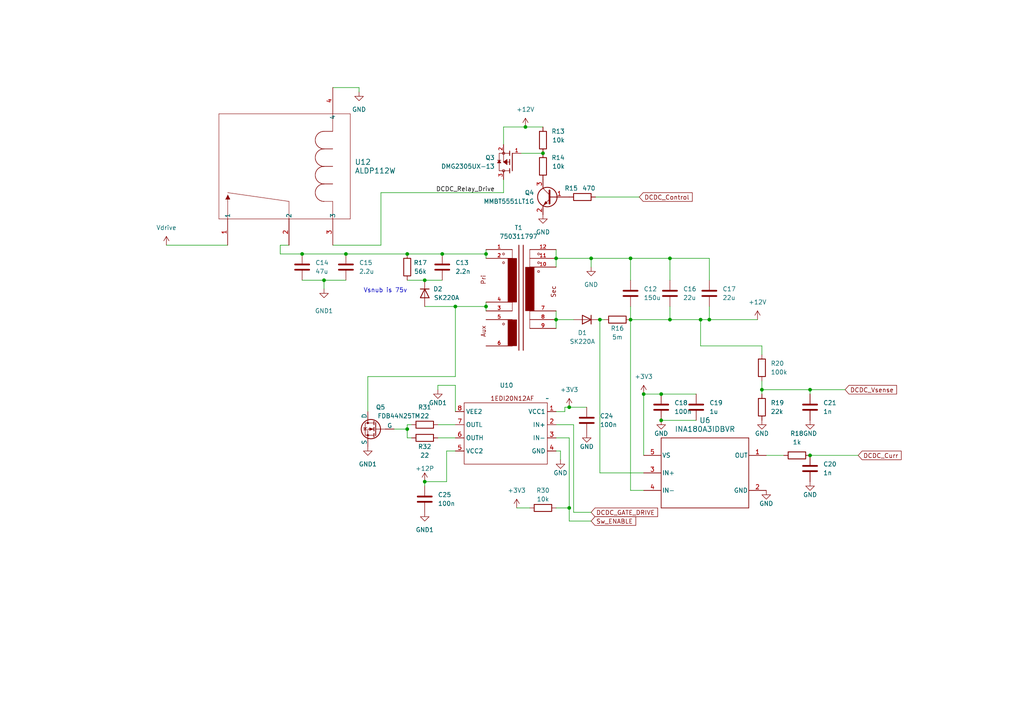
<source format=kicad_sch>
(kicad_sch (version 20230121) (generator eeschema)

  (uuid e8f2c406-458c-4851-9ef4-b484bf2f1619)

  (paper "A4")

  (lib_symbols
    (symbol "Current_Sense:INA180A2IDBVR" (pin_names (offset 0.254)) (in_bom yes) (on_board yes)
      (property "Reference" "U" (at 0 2.54 0)
        (effects (font (size 1.524 1.524)))
      )
      (property "Value" "INA180A2IDBVR" (at 0 0 0)
        (effects (font (size 1.524 1.524)))
      )
      (property "Footprint" "DBV0005A_N" (at 0 0 0)
        (effects (font (size 1.27 1.27) italic) hide)
      )
      (property "Datasheet" "INA180A2IDBVR" (at 0 0 0)
        (effects (font (size 1.27 1.27) italic) hide)
      )
      (property "ki_locked" "" (at 0 0 0)
        (effects (font (size 1.27 1.27)))
      )
      (property "ki_keywords" "INA180A2IDBVR" (at 0 0 0)
        (effects (font (size 1.27 1.27)) hide)
      )
      (property "ki_fp_filters" "DBV0005A_N DBV0005A_M DBV0005A_L" (at 0 0 0)
        (effects (font (size 1.27 1.27)) hide)
      )
      (symbol "INA180A2IDBVR_0_1"
        (polyline
          (pts
            (xy -12.7 -10.16)
            (xy 12.7 -10.16)
          )
          (stroke (width 0.2032) (type default))
          (fill (type none))
        )
        (polyline
          (pts
            (xy -12.7 10.16)
            (xy -12.7 -10.16)
          )
          (stroke (width 0.2032) (type default))
          (fill (type none))
        )
        (polyline
          (pts
            (xy 12.7 -10.16)
            (xy 12.7 10.16)
          )
          (stroke (width 0.2032) (type default))
          (fill (type none))
        )
        (polyline
          (pts
            (xy 12.7 10.16)
            (xy -12.7 10.16)
          )
          (stroke (width 0.2032) (type default))
          (fill (type none))
        )
        (pin output line (at 17.78 5.08 180) (length 5.08)
          (name "OUT" (effects (font (size 1.27 1.27))))
          (number "1" (effects (font (size 1.27 1.27))))
        )
        (pin power_in line (at 17.78 -5.08 180) (length 5.08)
          (name "GND" (effects (font (size 1.27 1.27))))
          (number "2" (effects (font (size 1.27 1.27))))
        )
        (pin input line (at -17.78 0 0) (length 5.08)
          (name "IN+" (effects (font (size 1.27 1.27))))
          (number "3" (effects (font (size 1.27 1.27))))
        )
        (pin input line (at -17.78 -5.08 0) (length 5.08)
          (name "IN-" (effects (font (size 1.27 1.27))))
          (number "4" (effects (font (size 1.27 1.27))))
        )
        (pin power_in line (at -17.78 5.08 0) (length 5.08)
          (name "VS" (effects (font (size 1.27 1.27))))
          (number "5" (effects (font (size 1.27 1.27))))
        )
      )
    )
    (symbol "Device:C" (pin_numbers hide) (pin_names (offset 0.254)) (in_bom yes) (on_board yes)
      (property "Reference" "C" (at 0.635 2.54 0)
        (effects (font (size 1.27 1.27)) (justify left))
      )
      (property "Value" "C" (at 0.635 -2.54 0)
        (effects (font (size 1.27 1.27)) (justify left))
      )
      (property "Footprint" "" (at 0.9652 -3.81 0)
        (effects (font (size 1.27 1.27)) hide)
      )
      (property "Datasheet" "~" (at 0 0 0)
        (effects (font (size 1.27 1.27)) hide)
      )
      (property "ki_keywords" "cap capacitor" (at 0 0 0)
        (effects (font (size 1.27 1.27)) hide)
      )
      (property "ki_description" "Unpolarized capacitor" (at 0 0 0)
        (effects (font (size 1.27 1.27)) hide)
      )
      (property "ki_fp_filters" "C_*" (at 0 0 0)
        (effects (font (size 1.27 1.27)) hide)
      )
      (symbol "C_0_1"
        (polyline
          (pts
            (xy -2.032 -0.762)
            (xy 2.032 -0.762)
          )
          (stroke (width 0.508) (type default))
          (fill (type none))
        )
        (polyline
          (pts
            (xy -2.032 0.762)
            (xy 2.032 0.762)
          )
          (stroke (width 0.508) (type default))
          (fill (type none))
        )
      )
      (symbol "C_1_1"
        (pin passive line (at 0 3.81 270) (length 2.794)
          (name "~" (effects (font (size 1.27 1.27))))
          (number "1" (effects (font (size 1.27 1.27))))
        )
        (pin passive line (at 0 -3.81 90) (length 2.794)
          (name "~" (effects (font (size 1.27 1.27))))
          (number "2" (effects (font (size 1.27 1.27))))
        )
      )
    )
    (symbol "Device:D" (pin_numbers hide) (pin_names (offset 1.016) hide) (in_bom yes) (on_board yes)
      (property "Reference" "D" (at 0 2.54 0)
        (effects (font (size 1.27 1.27)))
      )
      (property "Value" "D" (at 0 -2.54 0)
        (effects (font (size 1.27 1.27)))
      )
      (property "Footprint" "" (at 0 0 0)
        (effects (font (size 1.27 1.27)) hide)
      )
      (property "Datasheet" "~" (at 0 0 0)
        (effects (font (size 1.27 1.27)) hide)
      )
      (property "Sim.Device" "D" (at 0 0 0)
        (effects (font (size 1.27 1.27)) hide)
      )
      (property "Sim.Pins" "1=K 2=A" (at 0 0 0)
        (effects (font (size 1.27 1.27)) hide)
      )
      (property "ki_keywords" "diode" (at 0 0 0)
        (effects (font (size 1.27 1.27)) hide)
      )
      (property "ki_description" "Diode" (at 0 0 0)
        (effects (font (size 1.27 1.27)) hide)
      )
      (property "ki_fp_filters" "TO-???* *_Diode_* *SingleDiode* D_*" (at 0 0 0)
        (effects (font (size 1.27 1.27)) hide)
      )
      (symbol "D_0_1"
        (polyline
          (pts
            (xy -1.27 1.27)
            (xy -1.27 -1.27)
          )
          (stroke (width 0.254) (type default))
          (fill (type none))
        )
        (polyline
          (pts
            (xy 1.27 0)
            (xy -1.27 0)
          )
          (stroke (width 0) (type default))
          (fill (type none))
        )
        (polyline
          (pts
            (xy 1.27 1.27)
            (xy 1.27 -1.27)
            (xy -1.27 0)
            (xy 1.27 1.27)
          )
          (stroke (width 0.254) (type default))
          (fill (type none))
        )
      )
      (symbol "D_1_1"
        (pin passive line (at -3.81 0 0) (length 2.54)
          (name "K" (effects (font (size 1.27 1.27))))
          (number "1" (effects (font (size 1.27 1.27))))
        )
        (pin passive line (at 3.81 0 180) (length 2.54)
          (name "A" (effects (font (size 1.27 1.27))))
          (number "2" (effects (font (size 1.27 1.27))))
        )
      )
    )
    (symbol "Device:R" (pin_numbers hide) (pin_names (offset 0)) (in_bom yes) (on_board yes)
      (property "Reference" "R" (at 2.032 0 90)
        (effects (font (size 1.27 1.27)))
      )
      (property "Value" "R" (at 0 0 90)
        (effects (font (size 1.27 1.27)))
      )
      (property "Footprint" "" (at -1.778 0 90)
        (effects (font (size 1.27 1.27)) hide)
      )
      (property "Datasheet" "~" (at 0 0 0)
        (effects (font (size 1.27 1.27)) hide)
      )
      (property "ki_keywords" "R res resistor" (at 0 0 0)
        (effects (font (size 1.27 1.27)) hide)
      )
      (property "ki_description" "Resistor" (at 0 0 0)
        (effects (font (size 1.27 1.27)) hide)
      )
      (property "ki_fp_filters" "R_*" (at 0 0 0)
        (effects (font (size 1.27 1.27)) hide)
      )
      (symbol "R_0_1"
        (rectangle (start -1.016 -2.54) (end 1.016 2.54)
          (stroke (width 0.254) (type default))
          (fill (type none))
        )
      )
      (symbol "R_1_1"
        (pin passive line (at 0 3.81 270) (length 1.27)
          (name "~" (effects (font (size 1.27 1.27))))
          (number "1" (effects (font (size 1.27 1.27))))
        )
        (pin passive line (at 0 -3.81 90) (length 1.27)
          (name "~" (effects (font (size 1.27 1.27))))
          (number "2" (effects (font (size 1.27 1.27))))
        )
      )
    )
    (symbol "Flyback Transformer:750311797" (pin_names (offset 1.016)) (in_bom yes) (on_board yes)
      (property "Reference" "T" (at -10.16 10.16 0)
        (effects (font (size 1.27 1.27)) (justify left bottom))
      )
      (property "Value" "750311797" (at -10.16 -24.13 0)
        (effects (font (size 1.27 1.27)) (justify left bottom))
      )
      (property "Footprint" "750311797:EFD20_SMT_H_12PIN__4275_" (at 0 0 0)
        (effects (font (size 1.27 1.27)) (justify bottom) hide)
      )
      (property "Datasheet" "" (at 0 0 0)
        (effects (font (size 1.27 1.27)) hide)
      )
      (property "MF" "Wurth Electronics" (at 0 0 0)
        (effects (font (size 1.27 1.27)) (justify bottom) hide)
      )
      (property "Description" "\nTRANS FLYBACK LT3748 14UH SMD\n" (at 0 0 0)
        (effects (font (size 1.27 1.27)) (justify bottom) hide)
      )
      (property "Package" "None" (at 0 0 0)
        (effects (font (size 1.27 1.27)) (justify bottom) hide)
      )
      (property "Price" "None" (at 0 0 0)
        (effects (font (size 1.27 1.27)) (justify bottom) hide)
      )
      (property "SnapEDA_Link" "https://www.snapeda.com/parts/750311797/Wurth+Electronics+Midcom/view-part/?ref=snap" (at 0 0 0)
        (effects (font (size 1.27 1.27)) (justify bottom) hide)
      )
      (property "MP" "750311797" (at 0 0 0)
        (effects (font (size 1.27 1.27)) (justify bottom) hide)
      )
      (property "Purchase-URL" "https://www.snapeda.com/api/url_track_click_mouser/?unipart_id=3219240&manufacturer=Wurth Electronics&part_name=750311797&search_term=None" (at 0 0 0)
        (effects (font (size 1.27 1.27)) (justify bottom) hide)
      )
      (property "Availability" "In Stock" (at 0 0 0)
        (effects (font (size 1.27 1.27)) (justify bottom) hide)
      )
      (property "Check_prices" "https://www.snapeda.com/parts/750311797/Wurth+Electronics+Midcom/view-part/?ref=eda" (at 0 0 0)
        (effects (font (size 1.27 1.27)) (justify bottom) hide)
      )
      (symbol "750311797_0_0"
        (circle (center -5.08 -13.97) (radius 0.2839)
          (stroke (width 0) (type default))
          (fill (type none))
        )
        (circle (center -5.08 3.81) (radius 0.2839)
          (stroke (width 0) (type default))
          (fill (type none))
        )
        (circle (center -5.08 6.35) (radius 0.2839)
          (stroke (width 0) (type default))
          (fill (type none))
        )
        (rectangle (start -3.81 -20.32) (end -1.27 -12.7)
          (stroke (width 0.1) (type default))
          (fill (type outline))
        )
        (rectangle (start -3.81 -7.62) (end -1.27 5.08)
          (stroke (width 0.1) (type default))
          (fill (type outline))
        )
        (polyline
          (pts
            (xy -2.54 -7.62)
            (xy -2.54 -10.16)
          )
          (stroke (width 0.127) (type default))
          (fill (type none))
        )
        (polyline
          (pts
            (xy -2.54 7.62)
            (xy -2.54 5.08)
          )
          (stroke (width 0.127) (type default))
          (fill (type none))
        )
        (polyline
          (pts
            (xy -0.635 8.89)
            (xy -0.635 -21.59)
          )
          (stroke (width 0.254) (type default))
          (fill (type none))
        )
        (polyline
          (pts
            (xy 0.635 8.89)
            (xy 0.635 -21.59)
          )
          (stroke (width 0.254) (type default))
          (fill (type none))
        )
        (polyline
          (pts
            (xy 2.54 -7.62)
            (xy 2.54 -15.24)
          )
          (stroke (width 0.127) (type default))
          (fill (type none))
        )
        (polyline
          (pts
            (xy 2.54 2.54)
            (xy 2.54 7.62)
          )
          (stroke (width 0.127) (type default))
          (fill (type none))
        )
        (rectangle (start 1.27 -10.16) (end 3.81 2.54)
          (stroke (width 0.1) (type default))
          (fill (type outline))
        )
        (circle (center 5.08 1.27) (radius 0.2839)
          (stroke (width 0) (type default))
          (fill (type none))
        )
        (circle (center 5.08 3.81) (radius 0.2839)
          (stroke (width 0) (type default))
          (fill (type none))
        )
        (circle (center 5.08 6.35) (radius 0.2839)
          (stroke (width 0) (type default))
          (fill (type none))
        )
        (text "Aux" (at -10.16 -17.78 900)
          (effects (font (size 1.27 1.27)) (justify left bottom))
        )
        (text "Pri" (at -10.16 -2.54 900)
          (effects (font (size 1.27 1.27)) (justify left bottom))
        )
        (text "Sec" (at 10.16 -6.35 900)
          (effects (font (size 1.27 1.27)) (justify left bottom))
        )
        (pin passive line (at -10.16 7.62 0) (length 7.62)
          (name "~" (effects (font (size 1.016 1.016))))
          (number "1" (effects (font (size 1.016 1.016))))
        )
        (pin passive line (at 10.16 2.54 180) (length 7.62)
          (name "~" (effects (font (size 1.016 1.016))))
          (number "10" (effects (font (size 1.016 1.016))))
        )
        (pin passive line (at 10.16 5.08 180) (length 7.62)
          (name "~" (effects (font (size 1.016 1.016))))
          (number "11" (effects (font (size 1.016 1.016))))
        )
        (pin passive line (at 10.16 7.62 180) (length 7.62)
          (name "~" (effects (font (size 1.016 1.016))))
          (number "12" (effects (font (size 1.016 1.016))))
        )
        (pin passive line (at -10.16 5.08 0) (length 7.62)
          (name "~" (effects (font (size 1.016 1.016))))
          (number "2" (effects (font (size 1.016 1.016))))
        )
        (pin passive line (at -10.16 -10.16 0) (length 7.62)
          (name "~" (effects (font (size 1.016 1.016))))
          (number "3" (effects (font (size 1.016 1.016))))
        )
        (pin passive line (at -10.16 -7.62 0) (length 7.62)
          (name "~" (effects (font (size 1.016 1.016))))
          (number "4" (effects (font (size 1.016 1.016))))
        )
        (pin passive line (at -10.16 -12.7 0) (length 7.62)
          (name "~" (effects (font (size 1.016 1.016))))
          (number "5" (effects (font (size 1.016 1.016))))
        )
        (pin passive line (at -10.16 -20.32 0) (length 7.62)
          (name "~" (effects (font (size 1.016 1.016))))
          (number "6" (effects (font (size 1.016 1.016))))
        )
        (pin passive line (at 10.16 -10.16 180) (length 7.62)
          (name "~" (effects (font (size 1.016 1.016))))
          (number "7" (effects (font (size 1.016 1.016))))
        )
        (pin passive line (at 10.16 -12.7 180) (length 7.62)
          (name "~" (effects (font (size 1.016 1.016))))
          (number "8" (effects (font (size 1.016 1.016))))
        )
        (pin passive line (at 10.16 -15.24 180) (length 7.62)
          (name "~" (effects (font (size 1.016 1.016))))
          (number "9" (effects (font (size 1.016 1.016))))
        )
      )
    )
    (symbol "Isolated_Gate_Drive:1ED3142MU12FXUMA1" (in_bom yes) (on_board yes)
      (property "Reference" "U10" (at 11.8281 3.81 0)
        (effects (font (size 1.27 1.27)))
      )
      (property "Value" "~" (at 0 0 0)
        (effects (font (size 1.27 1.27)))
      )
      (property "Footprint" "" (at 0 0 0)
        (effects (font (size 1.27 1.27)) hide)
      )
      (property "Datasheet" "" (at 0 0 0)
        (effects (font (size 1.27 1.27)) hide)
      )
      (symbol "1ED3142MU12FXUMA1_0_1"
        (rectangle (start 0 -1.27) (end 24.13 -19.05)
          (stroke (width 0) (type default))
          (fill (type none))
        )
      )
      (symbol "1ED3142MU12FXUMA1_1_1"
        (text "1EDI20N12AF" (at 10.16 0 0)
          (effects (font (size 1.27 1.27)))
        )
        (pin input line (at -2.54 -3.81 0) (length 2.54)
          (name "VCC1" (effects (font (size 1.27 1.27))))
          (number "1" (effects (font (size 1.27 1.27))))
        )
        (pin input line (at -2.54 -7.62 0) (length 2.54)
          (name "IN+" (effects (font (size 1.27 1.27))))
          (number "2" (effects (font (size 1.27 1.27))))
        )
        (pin input line (at -2.54 -11.43 0) (length 2.54)
          (name "IN-" (effects (font (size 1.27 1.27))))
          (number "3" (effects (font (size 1.27 1.27))))
        )
        (pin input line (at -2.54 -15.24 0) (length 2.54)
          (name "GND" (effects (font (size 1.27 1.27))))
          (number "4" (effects (font (size 1.27 1.27))))
        )
        (pin input line (at 26.67 -15.24 180) (length 2.54)
          (name "VCC2" (effects (font (size 1.27 1.27))))
          (number "5" (effects (font (size 1.27 1.27))))
        )
        (pin input line (at 26.67 -11.43 180) (length 2.54)
          (name "OUTH" (effects (font (size 1.27 1.27))))
          (number "6" (effects (font (size 1.27 1.27))))
        )
        (pin input line (at 26.67 -7.62 180) (length 2.54)
          (name "OUTL" (effects (font (size 1.27 1.27))))
          (number "7" (effects (font (size 1.27 1.27))))
        )
        (pin input line (at 26.67 -3.81 180) (length 2.54)
          (name "VEE2" (effects (font (size 1.27 1.27))))
          (number "8" (effects (font (size 1.27 1.27))))
        )
      )
    )
    (symbol "New_Relays:ALDP112W" (pin_names (offset 0.254)) (in_bom yes) (on_board yes)
      (property "Reference" "U" (at 22.86 12.7 0)
        (effects (font (size 1.524 1.524)))
      )
      (property "Value" "ALDP112W" (at 22.86 7.62 0)
        (effects (font (size 1.524 1.524)))
      )
      (property "Footprint" "PAN_ALD_PAN" (at 0 0 0)
        (effects (font (size 1.27 1.27) italic) hide)
      )
      (property "Datasheet" "ALDP112W" (at 0 0 0)
        (effects (font (size 1.27 1.27) italic) hide)
      )
      (property "ki_locked" "" (at 0 0 0)
        (effects (font (size 1.27 1.27)))
      )
      (property "ki_keywords" "ALDP112W" (at 0 0 0)
        (effects (font (size 1.27 1.27)) hide)
      )
      (property "ki_fp_filters" "PAN_ALD_PAN" (at 0 0 0)
        (effects (font (size 1.27 1.27)) hide)
      )
      (symbol "ALDP112W_0_1"
        (polyline
          (pts
            (xy 7.62 -35.56)
            (xy 38.1 -35.56)
          )
          (stroke (width 0.127) (type default))
          (fill (type none))
        )
        (polyline
          (pts
            (xy 7.62 0)
            (xy 12.7 0)
          )
          (stroke (width 0.127) (type default))
          (fill (type none))
        )
        (polyline
          (pts
            (xy 7.62 2.54)
            (xy 7.62 -35.56)
          )
          (stroke (width 0.127) (type default))
          (fill (type none))
        )
        (polyline
          (pts
            (xy 12.7 -30.48)
            (xy 7.62 -30.48)
          )
          (stroke (width 0.127) (type default))
          (fill (type none))
        )
        (polyline
          (pts
            (xy 12.7 -27.94)
            (xy 12.7 -30.48)
          )
          (stroke (width 0.127) (type default))
          (fill (type none))
        )
        (polyline
          (pts
            (xy 12.7 -17.78)
            (xy 7.62 -17.78)
          )
          (stroke (width 0.127) (type default))
          (fill (type none))
        )
        (polyline
          (pts
            (xy 12.7 -17.78)
            (xy 15.24 0)
          )
          (stroke (width 0.127) (type default))
          (fill (type none))
        )
        (polyline
          (pts
            (xy 12.7 0)
            (xy 13.9689 -0.0056)
          )
          (stroke (width 0.127) (type default))
          (fill (type none))
        )
        (polyline
          (pts
            (xy 17.78 -27.94)
            (xy 17.78 -30.48)
          )
          (stroke (width 0.127) (type default))
          (fill (type none))
        )
        (polyline
          (pts
            (xy 17.78 -27.94)
            (xy 17.78 -30.48)
          )
          (stroke (width 0.127) (type default))
          (fill (type none))
        )
        (polyline
          (pts
            (xy 22.86 -27.94)
            (xy 22.86 -30.48)
          )
          (stroke (width 0.127) (type default))
          (fill (type none))
        )
        (polyline
          (pts
            (xy 22.86 -27.94)
            (xy 22.86 -30.48)
          )
          (stroke (width 0.127) (type default))
          (fill (type none))
        )
        (polyline
          (pts
            (xy 27.94 -27.94)
            (xy 27.94 -30.48)
          )
          (stroke (width 0.127) (type default))
          (fill (type none))
        )
        (polyline
          (pts
            (xy 27.94 -27.94)
            (xy 27.94 -30.48)
          )
          (stroke (width 0.127) (type default))
          (fill (type none))
        )
        (polyline
          (pts
            (xy 33.02 -27.94)
            (xy 33.02 -30.48)
          )
          (stroke (width 0.127) (type default))
          (fill (type none))
        )
        (polyline
          (pts
            (xy 33.02 -27.94)
            (xy 33.02 -30.48)
          )
          (stroke (width 0.127) (type default))
          (fill (type none))
        )
        (polyline
          (pts
            (xy 38.1 -35.56)
            (xy 38.1 2.54)
          )
          (stroke (width 0.127) (type default))
          (fill (type none))
        )
        (polyline
          (pts
            (xy 38.1 -30.48)
            (xy 33.02 -30.48)
          )
          (stroke (width 0.127) (type default))
          (fill (type none))
        )
        (polyline
          (pts
            (xy 38.1 2.54)
            (xy 7.62 2.54)
          )
          (stroke (width 0.127) (type default))
          (fill (type none))
        )
        (polyline
          (pts
            (xy 13.335 0.635)
            (xy 13.335 -0.635)
            (xy 14.605 0)
          )
          (stroke (width 0) (type default))
          (fill (type outline))
        )
        (arc (start 17.78 -27.94) (mid 15.24 -25.411) (end 12.7 -27.94)
          (stroke (width 0.127) (type default))
          (fill (type none))
        )
        (arc (start 17.78 -27.94) (mid 15.24 -25.411) (end 12.7 -27.94)
          (stroke (width 0.127) (type default))
          (fill (type none))
        )
        (arc (start 22.86 -27.94) (mid 20.32 -25.411) (end 17.78 -27.94)
          (stroke (width 0.127) (type default))
          (fill (type none))
        )
        (arc (start 22.86 -27.94) (mid 20.32 -25.411) (end 17.78 -27.94)
          (stroke (width 0.127) (type default))
          (fill (type none))
        )
        (arc (start 27.94 -27.94) (mid 25.4 -25.411) (end 22.86 -27.94)
          (stroke (width 0.127) (type default))
          (fill (type none))
        )
        (arc (start 27.94 -27.94) (mid 25.4 -25.411) (end 22.86 -27.94)
          (stroke (width 0.127) (type default))
          (fill (type none))
        )
        (arc (start 33.02 -27.94) (mid 30.48 -25.411) (end 27.94 -27.94)
          (stroke (width 0.127) (type default))
          (fill (type none))
        )
        (arc (start 33.02 -27.94) (mid 30.48 -25.411) (end 27.94 -27.94)
          (stroke (width 0.127) (type default))
          (fill (type none))
        )
        (pin unspecified line (at 0 0 0) (length 7.62)
          (name "1" (effects (font (size 1.27 1.27))))
          (number "1" (effects (font (size 1.27 1.27))))
        )
        (pin unspecified line (at 0 -17.78 0) (length 7.62)
          (name "2" (effects (font (size 1.27 1.27))))
          (number "2" (effects (font (size 1.27 1.27))))
        )
        (pin unspecified line (at 0 -30.48 0) (length 7.62)
          (name "3" (effects (font (size 1.27 1.27))))
          (number "3" (effects (font (size 1.27 1.27))))
        )
        (pin unspecified line (at 45.72 -30.48 180) (length 7.62)
          (name "4" (effects (font (size 1.27 1.27))))
          (number "4" (effects (font (size 1.27 1.27))))
        )
      )
    )
    (symbol "P-channel fet:DMG2305UX-13" (pin_names (offset 1.016)) (in_bom yes) (on_board yes)
      (property "Reference" "Q" (at -8.89 3.81 0)
        (effects (font (size 1.27 1.27)) (justify left bottom))
      )
      (property "Value" "DMG2305UX-13" (at -8.89 -6.35 0)
        (effects (font (size 1.27 1.27)) (justify left bottom))
      )
      (property "Footprint" "DMG2305UX-13:SOT91P240X110-3N" (at 0 0 0)
        (effects (font (size 1.27 1.27)) (justify bottom) hide)
      )
      (property "Datasheet" "" (at 0 0 0)
        (effects (font (size 1.27 1.27)) hide)
      )
      (property "PARTREV" "09/2018" (at 0 0 0)
        (effects (font (size 1.27 1.27)) (justify bottom) hide)
      )
      (property "MANUFACTURER" "Diodes Inc." (at 0 0 0)
        (effects (font (size 1.27 1.27)) (justify bottom) hide)
      )
      (property "MAXIMUM_PACKAGE_HEIGHT" "1.1mm" (at 0 0 0)
        (effects (font (size 1.27 1.27)) (justify bottom) hide)
      )
      (property "STANDARD" "IPC-7351B" (at 0 0 0)
        (effects (font (size 1.27 1.27)) (justify bottom) hide)
      )
      (symbol "DMG2305UX-13_0_0"
        (polyline
          (pts
            (xy 0 -2.54)
            (xy 0 2.54)
          )
          (stroke (width 0.254) (type default))
          (fill (type none))
        )
        (polyline
          (pts
            (xy 0.762 -3.175)
            (xy 0.762 -2.54)
          )
          (stroke (width 0.254) (type default))
          (fill (type none))
        )
        (polyline
          (pts
            (xy 0.762 -2.54)
            (xy 0.762 -1.905)
          )
          (stroke (width 0.254) (type default))
          (fill (type none))
        )
        (polyline
          (pts
            (xy 0.762 -2.54)
            (xy 2.54 -2.54)
          )
          (stroke (width 0.1524) (type default))
          (fill (type none))
        )
        (polyline
          (pts
            (xy 0.762 -0.762)
            (xy 0.762 0)
          )
          (stroke (width 0.254) (type default))
          (fill (type none))
        )
        (polyline
          (pts
            (xy 0.762 0)
            (xy 0.762 0.762)
          )
          (stroke (width 0.254) (type default))
          (fill (type none))
        )
        (polyline
          (pts
            (xy 0.762 0)
            (xy 2.54 0)
          )
          (stroke (width 0.1524) (type default))
          (fill (type none))
        )
        (polyline
          (pts
            (xy 0.762 1.905)
            (xy 0.762 2.54)
          )
          (stroke (width 0.254) (type default))
          (fill (type none))
        )
        (polyline
          (pts
            (xy 0.762 2.54)
            (xy 0.762 3.175)
          )
          (stroke (width 0.254) (type default))
          (fill (type none))
        )
        (polyline
          (pts
            (xy 2.54 -2.54)
            (xy 2.54 0)
          )
          (stroke (width 0.1524) (type default))
          (fill (type none))
        )
        (polyline
          (pts
            (xy 2.54 -2.54)
            (xy 3.81 -2.54)
          )
          (stroke (width 0.1524) (type default))
          (fill (type none))
        )
        (polyline
          (pts
            (xy 2.54 2.54)
            (xy 0.762 2.54)
          )
          (stroke (width 0.1524) (type default))
          (fill (type none))
        )
        (polyline
          (pts
            (xy 2.54 2.54)
            (xy 3.81 2.54)
          )
          (stroke (width 0.1524) (type default))
          (fill (type none))
        )
        (polyline
          (pts
            (xy 3.81 -0.508)
            (xy 3.302 -0.508)
          )
          (stroke (width 0.1524) (type default))
          (fill (type none))
        )
        (polyline
          (pts
            (xy 3.81 -0.508)
            (xy 3.81 -2.54)
          )
          (stroke (width 0.1524) (type default))
          (fill (type none))
        )
        (polyline
          (pts
            (xy 3.81 2.54)
            (xy 3.81 -0.508)
          )
          (stroke (width 0.1524) (type default))
          (fill (type none))
        )
        (polyline
          (pts
            (xy 4.318 -0.508)
            (xy 3.81 -0.508)
          )
          (stroke (width 0.1524) (type default))
          (fill (type none))
        )
        (polyline
          (pts
            (xy 2.54 0)
            (xy 1.524 0.762)
            (xy 1.524 -0.762)
            (xy 2.54 0)
          )
          (stroke (width 0.1524) (type default))
          (fill (type outline))
        )
        (polyline
          (pts
            (xy 3.81 -0.508)
            (xy 3.302 0.254)
            (xy 4.318 0.254)
            (xy 3.81 -0.508)
          )
          (stroke (width 0.1524) (type default))
          (fill (type outline))
        )
        (circle (center 2.54 -2.54) (radius 0.3592)
          (stroke (width 0) (type default))
          (fill (type none))
        )
        (circle (center 2.54 2.54) (radius 0.3592)
          (stroke (width 0) (type default))
          (fill (type none))
        )
        (pin passive line (at -2.54 -2.54 0) (length 2.54)
          (name "~" (effects (font (size 1.016 1.016))))
          (number "1" (effects (font (size 1.016 1.016))))
        )
        (pin passive line (at 2.54 -5.08 90) (length 2.54)
          (name "~" (effects (font (size 1.016 1.016))))
          (number "2" (effects (font (size 1.016 1.016))))
        )
        (pin passive line (at 2.54 5.08 270) (length 2.54)
          (name "~" (effects (font (size 1.016 1.016))))
          (number "3" (effects (font (size 1.016 1.016))))
        )
      )
    )
    (symbol "Simulation_SPICE:NMOS" (pin_numbers hide) (pin_names (offset 0)) (in_bom yes) (on_board yes)
      (property "Reference" "Q5" (at -2.54 6.35 0)
        (effects (font (size 1.27 1.27)) (justify left))
      )
      (property "Value" "FDB44N25TM" (at -12.7 3.81 0)
        (effects (font (size 1.27 1.27)) (justify left))
      )
      (property "Footprint" "Package_TO_SOT_SMD:TO-263-2" (at 5.08 2.54 0)
        (effects (font (size 1.27 1.27)) hide)
      )
      (property "Datasheet" "https://ngspice.sourceforge.io/docs/ngspice-manual.pdf" (at 0 -12.7 0)
        (effects (font (size 1.27 1.27)) hide)
      )
      (property "Sim.Device" "NMOS" (at 0 -17.145 0)
        (effects (font (size 1.27 1.27)) hide)
      )
      (property "Sim.Type" "VDMOS" (at 0 -19.05 0)
        (effects (font (size 1.27 1.27)) hide)
      )
      (property "Sim.Pins" "1=D 2=G 3=S" (at 0 -15.24 0)
        (effects (font (size 1.27 1.27)) hide)
      )
      (property "ki_keywords" "transistor NMOS N-MOS N-MOSFET simulation" (at 0 0 0)
        (effects (font (size 1.27 1.27)) hide)
      )
      (property "ki_description" "N-MOSFET transistor, drain/source/gate" (at 0 0 0)
        (effects (font (size 1.27 1.27)) hide)
      )
      (symbol "NMOS_0_1"
        (polyline
          (pts
            (xy 0.254 0)
            (xy -2.54 0)
          )
          (stroke (width 0) (type default))
          (fill (type none))
        )
        (polyline
          (pts
            (xy 0.254 1.905)
            (xy 0.254 -1.905)
          )
          (stroke (width 0.254) (type default))
          (fill (type none))
        )
        (polyline
          (pts
            (xy 0.762 -1.27)
            (xy 0.762 -2.286)
          )
          (stroke (width 0.254) (type default))
          (fill (type none))
        )
        (polyline
          (pts
            (xy 0.762 0.508)
            (xy 0.762 -0.508)
          )
          (stroke (width 0.254) (type default))
          (fill (type none))
        )
        (polyline
          (pts
            (xy 0.762 2.286)
            (xy 0.762 1.27)
          )
          (stroke (width 0.254) (type default))
          (fill (type none))
        )
        (polyline
          (pts
            (xy 2.54 2.54)
            (xy 2.54 1.778)
          )
          (stroke (width 0) (type default))
          (fill (type none))
        )
        (polyline
          (pts
            (xy 2.54 -2.54)
            (xy 2.54 0)
            (xy 0.762 0)
          )
          (stroke (width 0) (type default))
          (fill (type none))
        )
        (polyline
          (pts
            (xy 0.762 -1.778)
            (xy 3.302 -1.778)
            (xy 3.302 1.778)
            (xy 0.762 1.778)
          )
          (stroke (width 0) (type default))
          (fill (type none))
        )
        (polyline
          (pts
            (xy 1.016 0)
            (xy 2.032 0.381)
            (xy 2.032 -0.381)
            (xy 1.016 0)
          )
          (stroke (width 0) (type default))
          (fill (type outline))
        )
        (polyline
          (pts
            (xy 2.794 0.508)
            (xy 2.921 0.381)
            (xy 3.683 0.381)
            (xy 3.81 0.254)
          )
          (stroke (width 0) (type default))
          (fill (type none))
        )
        (polyline
          (pts
            (xy 3.302 0.381)
            (xy 2.921 -0.254)
            (xy 3.683 -0.254)
            (xy 3.302 0.381)
          )
          (stroke (width 0) (type default))
          (fill (type none))
        )
        (circle (center 1.651 0) (radius 2.794)
          (stroke (width 0.254) (type default))
          (fill (type none))
        )
        (circle (center 2.54 -1.778) (radius 0.254)
          (stroke (width 0) (type default))
          (fill (type outline))
        )
        (circle (center 2.54 1.778) (radius 0.254)
          (stroke (width 0) (type default))
          (fill (type outline))
        )
      )
      (symbol "NMOS_1_1"
        (pin input line (at -5.08 0 0) (length 2.54)
          (name "G" (effects (font (size 1.27 1.27))))
          (number "1" (effects (font (size 1.27 1.27))))
        )
        (pin passive line (at 2.54 5.08 270) (length 2.54)
          (name "D" (effects (font (size 1.27 1.27))))
          (number "2" (effects (font (size 1.27 1.27))))
        )
        (pin passive line (at 2.54 -5.08 90) (length 2.54)
          (name "S" (effects (font (size 1.27 1.27))))
          (number "3" (effects (font (size 1.27 1.27))))
        )
      )
    )
    (symbol "Transistor_BJT:MMBT3904" (pin_names (offset 0) hide) (in_bom yes) (on_board yes)
      (property "Reference" "Q" (at 5.08 1.905 0)
        (effects (font (size 1.27 1.27)) (justify left))
      )
      (property "Value" "MMBT3904" (at 5.08 0 0)
        (effects (font (size 1.27 1.27)) (justify left))
      )
      (property "Footprint" "Package_TO_SOT_SMD:SOT-23" (at 5.08 -1.905 0)
        (effects (font (size 1.27 1.27) italic) (justify left) hide)
      )
      (property "Datasheet" "https://www.onsemi.com/pdf/datasheet/pzt3904-d.pdf" (at 0 0 0)
        (effects (font (size 1.27 1.27)) (justify left) hide)
      )
      (property "ki_keywords" "NPN Transistor" (at 0 0 0)
        (effects (font (size 1.27 1.27)) hide)
      )
      (property "ki_description" "0.2A Ic, 40V Vce, Small Signal NPN Transistor, SOT-23" (at 0 0 0)
        (effects (font (size 1.27 1.27)) hide)
      )
      (property "ki_fp_filters" "SOT?23*" (at 0 0 0)
        (effects (font (size 1.27 1.27)) hide)
      )
      (symbol "MMBT3904_0_1"
        (polyline
          (pts
            (xy 0.635 0.635)
            (xy 2.54 2.54)
          )
          (stroke (width 0) (type default))
          (fill (type none))
        )
        (polyline
          (pts
            (xy 0.635 -0.635)
            (xy 2.54 -2.54)
            (xy 2.54 -2.54)
          )
          (stroke (width 0) (type default))
          (fill (type none))
        )
        (polyline
          (pts
            (xy 0.635 1.905)
            (xy 0.635 -1.905)
            (xy 0.635 -1.905)
          )
          (stroke (width 0.508) (type default))
          (fill (type none))
        )
        (polyline
          (pts
            (xy 1.27 -1.778)
            (xy 1.778 -1.27)
            (xy 2.286 -2.286)
            (xy 1.27 -1.778)
            (xy 1.27 -1.778)
          )
          (stroke (width 0) (type default))
          (fill (type outline))
        )
        (circle (center 1.27 0) (radius 2.8194)
          (stroke (width 0.254) (type default))
          (fill (type none))
        )
      )
      (symbol "MMBT3904_1_1"
        (pin input line (at -5.08 0 0) (length 5.715)
          (name "B" (effects (font (size 1.27 1.27))))
          (number "1" (effects (font (size 1.27 1.27))))
        )
        (pin passive line (at 2.54 -5.08 90) (length 2.54)
          (name "E" (effects (font (size 1.27 1.27))))
          (number "2" (effects (font (size 1.27 1.27))))
        )
        (pin passive line (at 2.54 5.08 270) (length 2.54)
          (name "C" (effects (font (size 1.27 1.27))))
          (number "3" (effects (font (size 1.27 1.27))))
        )
      )
    )
    (symbol "power:+12P" (power) (pin_names (offset 0)) (in_bom yes) (on_board yes)
      (property "Reference" "#PWR" (at 0 -3.81 0)
        (effects (font (size 1.27 1.27)) hide)
      )
      (property "Value" "+12P" (at 0 3.556 0)
        (effects (font (size 1.27 1.27)))
      )
      (property "Footprint" "" (at 0 0 0)
        (effects (font (size 1.27 1.27)) hide)
      )
      (property "Datasheet" "" (at 0 0 0)
        (effects (font (size 1.27 1.27)) hide)
      )
      (property "ki_keywords" "global power" (at 0 0 0)
        (effects (font (size 1.27 1.27)) hide)
      )
      (property "ki_description" "Power symbol creates a global label with name \"+12P\"" (at 0 0 0)
        (effects (font (size 1.27 1.27)) hide)
      )
      (symbol "+12P_0_1"
        (polyline
          (pts
            (xy -0.762 1.27)
            (xy 0 2.54)
          )
          (stroke (width 0) (type default))
          (fill (type none))
        )
        (polyline
          (pts
            (xy 0 0)
            (xy 0 2.54)
          )
          (stroke (width 0) (type default))
          (fill (type none))
        )
        (polyline
          (pts
            (xy 0 2.54)
            (xy 0.762 1.27)
          )
          (stroke (width 0) (type default))
          (fill (type none))
        )
      )
      (symbol "+12P_1_1"
        (pin power_in line (at 0 0 90) (length 0) hide
          (name "+12P" (effects (font (size 1.27 1.27))))
          (number "1" (effects (font (size 1.27 1.27))))
        )
      )
    )
    (symbol "power:+12V" (power) (pin_names (offset 0)) (in_bom yes) (on_board yes)
      (property "Reference" "#PWR" (at 0 -3.81 0)
        (effects (font (size 1.27 1.27)) hide)
      )
      (property "Value" "+12V" (at 0 3.556 0)
        (effects (font (size 1.27 1.27)))
      )
      (property "Footprint" "" (at 0 0 0)
        (effects (font (size 1.27 1.27)) hide)
      )
      (property "Datasheet" "" (at 0 0 0)
        (effects (font (size 1.27 1.27)) hide)
      )
      (property "ki_keywords" "global power" (at 0 0 0)
        (effects (font (size 1.27 1.27)) hide)
      )
      (property "ki_description" "Power symbol creates a global label with name \"+12V\"" (at 0 0 0)
        (effects (font (size 1.27 1.27)) hide)
      )
      (symbol "+12V_0_1"
        (polyline
          (pts
            (xy -0.762 1.27)
            (xy 0 2.54)
          )
          (stroke (width 0) (type default))
          (fill (type none))
        )
        (polyline
          (pts
            (xy 0 0)
            (xy 0 2.54)
          )
          (stroke (width 0) (type default))
          (fill (type none))
        )
        (polyline
          (pts
            (xy 0 2.54)
            (xy 0.762 1.27)
          )
          (stroke (width 0) (type default))
          (fill (type none))
        )
      )
      (symbol "+12V_1_1"
        (pin power_in line (at 0 0 90) (length 0) hide
          (name "+12V" (effects (font (size 1.27 1.27))))
          (number "1" (effects (font (size 1.27 1.27))))
        )
      )
    )
    (symbol "power:+3V3" (power) (pin_names (offset 0)) (in_bom yes) (on_board yes)
      (property "Reference" "#PWR" (at 0 -3.81 0)
        (effects (font (size 1.27 1.27)) hide)
      )
      (property "Value" "+3V3" (at 0 3.556 0)
        (effects (font (size 1.27 1.27)))
      )
      (property "Footprint" "" (at 0 0 0)
        (effects (font (size 1.27 1.27)) hide)
      )
      (property "Datasheet" "" (at 0 0 0)
        (effects (font (size 1.27 1.27)) hide)
      )
      (property "ki_keywords" "global power" (at 0 0 0)
        (effects (font (size 1.27 1.27)) hide)
      )
      (property "ki_description" "Power symbol creates a global label with name \"+3V3\"" (at 0 0 0)
        (effects (font (size 1.27 1.27)) hide)
      )
      (symbol "+3V3_0_1"
        (polyline
          (pts
            (xy -0.762 1.27)
            (xy 0 2.54)
          )
          (stroke (width 0) (type default))
          (fill (type none))
        )
        (polyline
          (pts
            (xy 0 0)
            (xy 0 2.54)
          )
          (stroke (width 0) (type default))
          (fill (type none))
        )
        (polyline
          (pts
            (xy 0 2.54)
            (xy 0.762 1.27)
          )
          (stroke (width 0) (type default))
          (fill (type none))
        )
      )
      (symbol "+3V3_1_1"
        (pin power_in line (at 0 0 90) (length 0) hide
          (name "+3V3" (effects (font (size 1.27 1.27))))
          (number "1" (effects (font (size 1.27 1.27))))
        )
      )
    )
    (symbol "power:GND" (power) (pin_names (offset 0)) (in_bom yes) (on_board yes)
      (property "Reference" "#PWR" (at 0 -6.35 0)
        (effects (font (size 1.27 1.27)) hide)
      )
      (property "Value" "GND" (at 0 -3.81 0)
        (effects (font (size 1.27 1.27)))
      )
      (property "Footprint" "" (at 0 0 0)
        (effects (font (size 1.27 1.27)) hide)
      )
      (property "Datasheet" "" (at 0 0 0)
        (effects (font (size 1.27 1.27)) hide)
      )
      (property "ki_keywords" "global power" (at 0 0 0)
        (effects (font (size 1.27 1.27)) hide)
      )
      (property "ki_description" "Power symbol creates a global label with name \"GND\" , ground" (at 0 0 0)
        (effects (font (size 1.27 1.27)) hide)
      )
      (symbol "GND_0_1"
        (polyline
          (pts
            (xy 0 0)
            (xy 0 -1.27)
            (xy 1.27 -1.27)
            (xy 0 -2.54)
            (xy -1.27 -1.27)
            (xy 0 -1.27)
          )
          (stroke (width 0) (type default))
          (fill (type none))
        )
      )
      (symbol "GND_1_1"
        (pin power_in line (at 0 0 270) (length 0) hide
          (name "GND" (effects (font (size 1.27 1.27))))
          (number "1" (effects (font (size 1.27 1.27))))
        )
      )
    )
    (symbol "power:GND1" (power) (pin_names (offset 0)) (in_bom yes) (on_board yes)
      (property "Reference" "#PWR" (at 0 -6.35 0)
        (effects (font (size 1.27 1.27)) hide)
      )
      (property "Value" "GND1" (at 0 -3.81 0)
        (effects (font (size 1.27 1.27)))
      )
      (property "Footprint" "" (at 0 0 0)
        (effects (font (size 1.27 1.27)) hide)
      )
      (property "Datasheet" "" (at 0 0 0)
        (effects (font (size 1.27 1.27)) hide)
      )
      (property "ki_keywords" "global power" (at 0 0 0)
        (effects (font (size 1.27 1.27)) hide)
      )
      (property "ki_description" "Power symbol creates a global label with name \"GND1\" , ground" (at 0 0 0)
        (effects (font (size 1.27 1.27)) hide)
      )
      (symbol "GND1_0_1"
        (polyline
          (pts
            (xy 0 0)
            (xy 0 -1.27)
            (xy 1.27 -1.27)
            (xy 0 -2.54)
            (xy -1.27 -1.27)
            (xy 0 -1.27)
          )
          (stroke (width 0) (type default))
          (fill (type none))
        )
      )
      (symbol "GND1_1_1"
        (pin power_in line (at 0 0 270) (length 0) hide
          (name "GND1" (effects (font (size 1.27 1.27))))
          (number "1" (effects (font (size 1.27 1.27))))
        )
      )
    )
    (symbol "power:Vdrive" (power) (pin_names (offset 0)) (in_bom yes) (on_board yes)
      (property "Reference" "#PWR" (at -5.08 -3.81 0)
        (effects (font (size 1.27 1.27)) hide)
      )
      (property "Value" "Vdrive" (at 0 3.81 0)
        (effects (font (size 1.27 1.27)))
      )
      (property "Footprint" "" (at 0 0 0)
        (effects (font (size 1.27 1.27)) hide)
      )
      (property "Datasheet" "" (at 0 0 0)
        (effects (font (size 1.27 1.27)) hide)
      )
      (property "ki_keywords" "global power" (at 0 0 0)
        (effects (font (size 1.27 1.27)) hide)
      )
      (property "ki_description" "Power symbol creates a global label with name \"Vdrive\"" (at 0 0 0)
        (effects (font (size 1.27 1.27)) hide)
      )
      (symbol "Vdrive_0_1"
        (polyline
          (pts
            (xy -0.762 1.27)
            (xy 0 2.54)
          )
          (stroke (width 0) (type default))
          (fill (type none))
        )
        (polyline
          (pts
            (xy 0 0)
            (xy 0 2.54)
          )
          (stroke (width 0) (type default))
          (fill (type none))
        )
        (polyline
          (pts
            (xy 0 2.54)
            (xy 0.762 1.27)
          )
          (stroke (width 0) (type default))
          (fill (type none))
        )
      )
      (symbol "Vdrive_1_1"
        (pin power_in line (at 0 0 90) (length 0) hide
          (name "Vdrive" (effects (font (size 1.27 1.27))))
          (number "1" (effects (font (size 1.27 1.27))))
        )
      )
    )
  )

  (junction (at 205.74 92.71) (diameter 0) (color 0 0 0 0)
    (uuid 0ca02baa-ea21-43a3-b38b-257f7be1a23a)
  )
  (junction (at 123.19 139.7) (diameter 0) (color 0 0 0 0)
    (uuid 117c9a69-27ec-41d0-954c-7d288cb9eb90)
  )
  (junction (at 194.31 92.71) (diameter 0) (color 0 0 0 0)
    (uuid 255a628e-67ae-4952-8faa-0e35fb7379c6)
  )
  (junction (at 152.4 36.83) (diameter 0) (color 0 0 0 0)
    (uuid 2590b52a-f502-4b58-82f0-42cf56199d58)
  )
  (junction (at 123.19 81.28) (diameter 0) (color 0 0 0 0)
    (uuid 2e561dba-9e6a-4844-8ba5-9c61eb58ee23)
  )
  (junction (at 161.29 92.71) (diameter 0) (color 0 0 0 0)
    (uuid 37fb0d6e-9bf3-4d48-8e85-f7091e27cea3)
  )
  (junction (at 87.63 73.66) (diameter 0) (color 0 0 0 0)
    (uuid 3905c016-4533-4492-9d72-996e33e51fbb)
  )
  (junction (at 118.11 124.46) (diameter 0) (color 0 0 0 0)
    (uuid 3e48e40d-848b-4332-9430-c4cf88330897)
  )
  (junction (at 93.98 81.28) (diameter 0) (color 0 0 0 0)
    (uuid 45d56278-eff7-4b5e-8fc8-a141464698f1)
  )
  (junction (at 171.45 74.93) (diameter 0) (color 0 0 0 0)
    (uuid 4bd23d69-7434-4cf0-857e-5446471e73fa)
  )
  (junction (at 128.27 73.66) (diameter 0) (color 0 0 0 0)
    (uuid 4c9749ba-09bf-4a80-919c-2fa2a2b04962)
  )
  (junction (at 165.1 147.32) (diameter 0) (color 0 0 0 0)
    (uuid 5220ea21-dc27-4249-a0af-e99411a47364)
  )
  (junction (at 118.11 73.66) (diameter 0) (color 0 0 0 0)
    (uuid 58d55d4f-1510-47e3-9970-2d31cce50df3)
  )
  (junction (at 132.08 88.9) (diameter 0) (color 0 0 0 0)
    (uuid 5ee72875-1936-45da-9756-7501b6f0905f)
  )
  (junction (at 194.31 74.93) (diameter 0) (color 0 0 0 0)
    (uuid 633fa873-a494-446e-9f38-c57fd5b1a5e3)
  )
  (junction (at 140.97 73.66) (diameter 0) (color 0 0 0 0)
    (uuid 74f7bf2c-cec3-4947-bc83-92d0ba0c00e3)
  )
  (junction (at 220.98 113.03) (diameter 0) (color 0 0 0 0)
    (uuid 83260a7f-a396-4290-9e93-275c3a07f846)
  )
  (junction (at 140.97 88.9) (diameter 0) (color 0 0 0 0)
    (uuid 87a18c48-b1ac-4dc0-9b51-34a13f88a5e7)
  )
  (junction (at 186.69 114.3) (diameter 0) (color 0 0 0 0)
    (uuid 8acca309-b443-49c5-b72c-3b7318f279fd)
  )
  (junction (at 191.77 114.3) (diameter 0) (color 0 0 0 0)
    (uuid 94298f56-8455-4252-a41f-c2af5eb3b7bd)
  )
  (junction (at 234.95 132.08) (diameter 0) (color 0 0 0 0)
    (uuid a2f0109f-d5d6-4154-88c2-300f55860fdf)
  )
  (junction (at 161.29 74.93) (diameter 0) (color 0 0 0 0)
    (uuid a5261324-07f2-484c-8e18-7ca11d336cc6)
  )
  (junction (at 203.2 92.71) (diameter 0) (color 0 0 0 0)
    (uuid a81e12e0-c6a4-4972-bde5-dccecf6a70d8)
  )
  (junction (at 173.99 92.71) (diameter 0) (color 0 0 0 0)
    (uuid aea538e6-79b4-48b1-be16-543abd265cf6)
  )
  (junction (at 165.1 118.11) (diameter 0) (color 0 0 0 0)
    (uuid bb047906-87de-4c32-94fa-f7acf63e86f2)
  )
  (junction (at 234.95 113.03) (diameter 0) (color 0 0 0 0)
    (uuid bb690742-ce02-4b12-897f-2fcf39f3f4ee)
  )
  (junction (at 157.48 44.45) (diameter 0) (color 0 0 0 0)
    (uuid bd5b3c2c-53f9-4f80-97da-157819748dbd)
  )
  (junction (at 191.77 121.92) (diameter 0) (color 0 0 0 0)
    (uuid d81f9df7-a85e-4a36-a0a8-9d2f2eb81ef7)
  )
  (junction (at 182.88 74.93) (diameter 0) (color 0 0 0 0)
    (uuid da1b168c-94bd-4531-9ba2-036f05fdc7c1)
  )
  (junction (at 182.88 92.71) (diameter 0) (color 0 0 0 0)
    (uuid dd29f338-3691-4242-a6de-da4c318f8955)
  )
  (junction (at 100.33 73.66) (diameter 0) (color 0 0 0 0)
    (uuid e7218ec2-bc0c-440f-8de3-af7ebe739948)
  )

  (wire (pts (xy 182.88 142.24) (xy 186.69 142.24))
    (stroke (width 0) (type default))
    (uuid 08279e31-1c0f-4673-9162-b29f66c96038)
  )
  (wire (pts (xy 220.98 113.03) (xy 234.95 113.03))
    (stroke (width 0) (type default))
    (uuid 08beb9f8-2a09-4d48-a901-2ecc1add48a7)
  )
  (wire (pts (xy 96.52 25.4) (xy 104.14 25.4))
    (stroke (width 0) (type default))
    (uuid 097375a1-7984-4e85-bde2-c5e77976516d)
  )
  (wire (pts (xy 205.74 92.71) (xy 219.71 92.71))
    (stroke (width 0) (type default))
    (uuid 0bd27e6f-8bd4-42dc-a752-f41e6e3e7a45)
  )
  (wire (pts (xy 161.29 123.19) (xy 166.37 123.19))
    (stroke (width 0) (type default))
    (uuid 0cb07dfa-a440-4991-be5b-792a57bf3ab6)
  )
  (wire (pts (xy 110.49 55.88) (xy 146.05 55.88))
    (stroke (width 0) (type default))
    (uuid 0cbc8365-6871-4be6-9be0-b1f21731eda6)
  )
  (wire (pts (xy 171.45 74.93) (xy 182.88 74.93))
    (stroke (width 0) (type default))
    (uuid 0f7aafd4-867c-4efb-8ddf-e9cfbbec30f7)
  )
  (wire (pts (xy 161.29 92.71) (xy 166.37 92.71))
    (stroke (width 0) (type default))
    (uuid 103358c3-3d0b-439c-a822-aca692130c80)
  )
  (wire (pts (xy 110.49 71.12) (xy 96.52 71.12))
    (stroke (width 0) (type default))
    (uuid 142b5a24-8782-47ae-8172-f271d95d2305)
  )
  (wire (pts (xy 163.83 118.11) (xy 165.1 118.11))
    (stroke (width 0) (type default))
    (uuid 1acbe800-5ff5-49a3-99ec-8f9346d80739)
  )
  (wire (pts (xy 220.98 100.33) (xy 203.2 100.33))
    (stroke (width 0) (type default))
    (uuid 1d0b388b-3900-466b-bf20-f07dde592f3b)
  )
  (wire (pts (xy 128.27 73.66) (xy 140.97 73.66))
    (stroke (width 0) (type default))
    (uuid 1f86c58d-2dc2-4227-9205-40d2606d0981)
  )
  (wire (pts (xy 140.97 72.39) (xy 140.97 73.66))
    (stroke (width 0) (type default))
    (uuid 23260ccb-77a6-40d0-b804-355f76be1fa9)
  )
  (wire (pts (xy 161.29 147.32) (xy 165.1 147.32))
    (stroke (width 0) (type default))
    (uuid 23832c04-3840-405a-a256-2d4db4ceb3cd)
  )
  (wire (pts (xy 205.74 81.28) (xy 205.74 74.93))
    (stroke (width 0) (type default))
    (uuid 24f7e0cb-305d-4454-b49f-bae01cd4c1ba)
  )
  (wire (pts (xy 93.98 81.28) (xy 93.98 83.82))
    (stroke (width 0) (type default))
    (uuid 2ebca5f2-65c8-4efa-8c90-4f5b56b968d2)
  )
  (wire (pts (xy 161.29 90.17) (xy 161.29 92.71))
    (stroke (width 0) (type default))
    (uuid 2f3ac504-d2f2-480b-a547-a343573b0603)
  )
  (wire (pts (xy 234.95 132.08) (xy 248.92 132.08))
    (stroke (width 0) (type default))
    (uuid 2fb181e1-2082-447c-a843-9998c8403ee0)
  )
  (wire (pts (xy 140.97 73.66) (xy 140.97 74.93))
    (stroke (width 0) (type default))
    (uuid 3321024e-b061-45e7-bddb-ed03b5273ae3)
  )
  (wire (pts (xy 165.1 147.32) (xy 165.1 151.13))
    (stroke (width 0) (type default))
    (uuid 3425b370-95b3-4ef2-a7c9-aa88ba9739d5)
  )
  (wire (pts (xy 194.31 74.93) (xy 205.74 74.93))
    (stroke (width 0) (type default))
    (uuid 34bea64c-31ee-4a2f-9a82-d90f719af335)
  )
  (wire (pts (xy 118.11 124.46) (xy 118.11 123.19))
    (stroke (width 0) (type default))
    (uuid 368b38b1-ce13-4756-9ac0-9d8b9ba46386)
  )
  (wire (pts (xy 191.77 114.3) (xy 186.69 114.3))
    (stroke (width 0) (type default))
    (uuid 3710eba3-81d2-43ea-8167-c28dd2dae1d0)
  )
  (wire (pts (xy 127 123.19) (xy 132.08 123.19))
    (stroke (width 0) (type default))
    (uuid 37e7c9ad-9f97-478b-b46a-41165edbd4bc)
  )
  (wire (pts (xy 182.88 81.28) (xy 182.88 74.93))
    (stroke (width 0) (type default))
    (uuid 3fb3d373-1d54-4942-8683-7b389b81aa60)
  )
  (wire (pts (xy 152.4 36.83) (xy 157.48 36.83))
    (stroke (width 0) (type default))
    (uuid 40b1ad60-72bd-4181-bddf-6821207f2fd3)
  )
  (wire (pts (xy 81.28 71.12) (xy 81.28 73.66))
    (stroke (width 0) (type default))
    (uuid 4203eabf-0c4a-4bff-a423-937b40802b97)
  )
  (wire (pts (xy 123.19 88.9) (xy 132.08 88.9))
    (stroke (width 0) (type default))
    (uuid 422a9206-28d5-4ca2-b8e4-663e9bb0059f)
  )
  (wire (pts (xy 161.29 119.38) (xy 163.83 119.38))
    (stroke (width 0) (type default))
    (uuid 4924d068-156f-4154-a4a9-e9084f4a6028)
  )
  (wire (pts (xy 132.08 119.38) (xy 132.08 111.76))
    (stroke (width 0) (type default))
    (uuid 4c930df3-b825-4a12-94c5-9da36c0610d1)
  )
  (wire (pts (xy 118.11 127) (xy 118.11 124.46))
    (stroke (width 0) (type default))
    (uuid 4f4cbd00-bcc6-46d7-92ba-bf6195cb1410)
  )
  (wire (pts (xy 132.08 109.22) (xy 106.68 109.22))
    (stroke (width 0) (type default))
    (uuid 5b40d9fd-782d-45cf-a39c-8d5960a2786e)
  )
  (wire (pts (xy 165.1 151.13) (xy 171.45 151.13))
    (stroke (width 0) (type default))
    (uuid 5cddc574-d2e7-4e66-92f9-dee456de059b)
  )
  (wire (pts (xy 234.95 113.03) (xy 245.11 113.03))
    (stroke (width 0) (type default))
    (uuid 5eaa62a4-86e6-49f9-bf68-3f4b818f8f53)
  )
  (wire (pts (xy 123.19 81.28) (xy 128.27 81.28))
    (stroke (width 0) (type default))
    (uuid 6028f79a-738a-4e80-86d2-678444a03445)
  )
  (wire (pts (xy 127 127) (xy 132.08 127))
    (stroke (width 0) (type default))
    (uuid 61275d6e-a24f-4d19-868b-ef2bde57325e)
  )
  (wire (pts (xy 173.99 92.71) (xy 173.99 137.16))
    (stroke (width 0) (type default))
    (uuid 617791e3-eff9-4ecd-ac0f-7a8e821b4cb0)
  )
  (wire (pts (xy 165.1 127) (xy 165.1 147.32))
    (stroke (width 0) (type default))
    (uuid 62bc9fa0-b4ae-4f87-8e9e-0aa1d896187a)
  )
  (wire (pts (xy 220.98 113.03) (xy 220.98 114.3))
    (stroke (width 0) (type default))
    (uuid 653cb6cd-2e5c-4e78-a4cf-2e67446cf34f)
  )
  (wire (pts (xy 118.11 81.28) (xy 123.19 81.28))
    (stroke (width 0) (type default))
    (uuid 676fb2c5-f8d9-41d2-b83a-7e326f310c54)
  )
  (wire (pts (xy 166.37 148.59) (xy 171.45 148.59))
    (stroke (width 0) (type default))
    (uuid 690598b8-515d-4132-8c24-297a4a2f5fa5)
  )
  (wire (pts (xy 175.26 92.71) (xy 173.99 92.71))
    (stroke (width 0) (type default))
    (uuid 6a763c35-23b5-4653-ba2f-6e49a3a2a0fb)
  )
  (wire (pts (xy 162.56 130.81) (xy 162.56 133.35))
    (stroke (width 0) (type default))
    (uuid 6b201253-5274-494b-8f35-0097b19550a6)
  )
  (wire (pts (xy 110.49 55.88) (xy 110.49 71.12))
    (stroke (width 0) (type default))
    (uuid 6b7b525f-9acb-49f1-ab70-6a2ad3d86729)
  )
  (wire (pts (xy 118.11 73.66) (xy 128.27 73.66))
    (stroke (width 0) (type default))
    (uuid 6de7fda0-6291-4553-b31e-42f2ab9d445f)
  )
  (wire (pts (xy 161.29 127) (xy 165.1 127))
    (stroke (width 0) (type default))
    (uuid 71c7c8ef-a50e-4ef4-b6e6-eb47f2c95ed1)
  )
  (wire (pts (xy 161.29 72.39) (xy 161.29 74.93))
    (stroke (width 0) (type default))
    (uuid 7508c3aa-9fe0-45b9-9980-e96638d80d43)
  )
  (wire (pts (xy 140.97 87.63) (xy 140.97 88.9))
    (stroke (width 0) (type default))
    (uuid 753b6067-dc9f-4345-a2f0-6efc0367629f)
  )
  (wire (pts (xy 182.88 92.71) (xy 194.31 92.71))
    (stroke (width 0) (type default))
    (uuid 76ab8a0c-a02f-439a-9421-723bd4aa44b0)
  )
  (wire (pts (xy 220.98 110.49) (xy 220.98 113.03))
    (stroke (width 0) (type default))
    (uuid 795e96a1-9189-4f1b-a033-6fee4b174c69)
  )
  (wire (pts (xy 194.31 92.71) (xy 203.2 92.71))
    (stroke (width 0) (type default))
    (uuid 7a68fce3-3356-41f2-8213-8b5ce00b8809)
  )
  (wire (pts (xy 182.88 74.93) (xy 194.31 74.93))
    (stroke (width 0) (type default))
    (uuid 7b615862-2354-46db-bc31-8cc2abc77dd1)
  )
  (wire (pts (xy 132.08 88.9) (xy 132.08 109.22))
    (stroke (width 0) (type default))
    (uuid 7cee51e5-46ba-4f93-8e6b-222dcc771d53)
  )
  (wire (pts (xy 83.82 71.12) (xy 81.28 71.12))
    (stroke (width 0) (type default))
    (uuid 7d04e7f6-0f3b-4433-b101-888db0a9ae53)
  )
  (wire (pts (xy 205.74 88.9) (xy 205.74 92.71))
    (stroke (width 0) (type default))
    (uuid 7e485afd-71a6-4c8d-b5a0-6409e054b6f9)
  )
  (wire (pts (xy 151.13 44.45) (xy 157.48 44.45))
    (stroke (width 0) (type default))
    (uuid 81ad8b39-01b7-4d0f-ba3e-a631015545bf)
  )
  (wire (pts (xy 132.08 88.9) (xy 140.97 88.9))
    (stroke (width 0) (type default))
    (uuid 834f83d5-22a9-4caf-8961-61bb92e9f3e4)
  )
  (wire (pts (xy 186.69 114.3) (xy 186.69 132.08))
    (stroke (width 0) (type default))
    (uuid 86e2eaa5-d892-4237-a4a7-14c1f0e74c33)
  )
  (wire (pts (xy 234.95 113.03) (xy 234.95 114.3))
    (stroke (width 0) (type default))
    (uuid 884c7af9-9b0b-4dd9-a9a3-fccb2352de1b)
  )
  (wire (pts (xy 161.29 74.93) (xy 161.29 77.47))
    (stroke (width 0) (type default))
    (uuid 88d7bac1-15ec-4e97-b0f7-645486b91172)
  )
  (wire (pts (xy 132.08 130.81) (xy 129.54 130.81))
    (stroke (width 0) (type default))
    (uuid 961dc676-b32c-4a89-b486-6c6be73a5558)
  )
  (wire (pts (xy 119.38 127) (xy 118.11 127))
    (stroke (width 0) (type default))
    (uuid 990f6fad-28f7-4560-828e-5d86031f64ac)
  )
  (wire (pts (xy 48.26 71.12) (xy 66.04 71.12))
    (stroke (width 0) (type default))
    (uuid 99b3daff-de19-4b4d-92f2-6d4f16b201be)
  )
  (wire (pts (xy 163.83 118.11) (xy 163.83 119.38))
    (stroke (width 0) (type default))
    (uuid 9ca664a6-7e02-4354-b06b-30b7a06dd15d)
  )
  (wire (pts (xy 146.05 36.83) (xy 152.4 36.83))
    (stroke (width 0) (type default))
    (uuid 9cf7af38-5c07-48e7-ae33-0025664af02e)
  )
  (wire (pts (xy 171.45 74.93) (xy 171.45 77.47))
    (stroke (width 0) (type default))
    (uuid 9cfb1035-2daf-40a7-9614-3b964702f988)
  )
  (wire (pts (xy 191.77 121.92) (xy 201.93 121.92))
    (stroke (width 0) (type default))
    (uuid a053ed3e-ca08-4fc7-911b-778654371ca3)
  )
  (wire (pts (xy 166.37 123.19) (xy 166.37 148.59))
    (stroke (width 0) (type default))
    (uuid a19ed355-7e8d-4541-9f94-198b96c42a9b)
  )
  (wire (pts (xy 129.54 139.7) (xy 123.19 139.7))
    (stroke (width 0) (type default))
    (uuid a89ac2a0-f392-4923-bbef-bc8f3260a458)
  )
  (wire (pts (xy 194.31 81.28) (xy 194.31 74.93))
    (stroke (width 0) (type default))
    (uuid ab1a88bb-6ca1-478e-9777-0494c776f84f)
  )
  (wire (pts (xy 161.29 74.93) (xy 171.45 74.93))
    (stroke (width 0) (type default))
    (uuid af2dc1fe-3342-483e-a8b3-6cbbdc35d51d)
  )
  (wire (pts (xy 203.2 92.71) (xy 205.74 92.71))
    (stroke (width 0) (type default))
    (uuid b54650d2-3727-405f-8d5e-d9cd4b0b3530)
  )
  (wire (pts (xy 182.88 92.71) (xy 182.88 142.24))
    (stroke (width 0) (type default))
    (uuid b876b424-96d9-4a94-ab6f-20b4db7c5f36)
  )
  (wire (pts (xy 87.63 81.28) (xy 93.98 81.28))
    (stroke (width 0) (type default))
    (uuid b940872e-f317-420b-b5c3-fb10057cb233)
  )
  (wire (pts (xy 118.11 123.19) (xy 119.38 123.19))
    (stroke (width 0) (type default))
    (uuid bc65a944-f5a2-4b8d-b503-13de8ed84a49)
  )
  (wire (pts (xy 173.99 137.16) (xy 186.69 137.16))
    (stroke (width 0) (type default))
    (uuid bc87d498-a3dc-411e-9074-69e07c9d8aac)
  )
  (wire (pts (xy 161.29 130.81) (xy 162.56 130.81))
    (stroke (width 0) (type default))
    (uuid bec43369-388a-4b3f-94c2-da8659997414)
  )
  (wire (pts (xy 222.25 132.08) (xy 227.33 132.08))
    (stroke (width 0) (type default))
    (uuid c18b2391-f9bc-44d9-89bd-cc08401b3093)
  )
  (wire (pts (xy 140.97 88.9) (xy 140.97 90.17))
    (stroke (width 0) (type default))
    (uuid c45b18cc-502c-4500-ae1a-cc16635e7eb4)
  )
  (wire (pts (xy 106.68 109.22) (xy 106.68 119.38))
    (stroke (width 0) (type default))
    (uuid c5175085-2e4e-4ce9-b846-174b1192b789)
  )
  (wire (pts (xy 100.33 73.66) (xy 118.11 73.66))
    (stroke (width 0) (type default))
    (uuid c647a247-b066-4a9f-95a9-7332c09b88e3)
  )
  (wire (pts (xy 194.31 88.9) (xy 194.31 92.71))
    (stroke (width 0) (type default))
    (uuid c9cc1cb4-8cb7-4577-a035-4ca6f3d40e2d)
  )
  (wire (pts (xy 123.19 139.7) (xy 123.19 140.97))
    (stroke (width 0) (type default))
    (uuid cd30680a-67de-4c4a-8b2c-5d3de503d810)
  )
  (wire (pts (xy 87.63 73.66) (xy 100.33 73.66))
    (stroke (width 0) (type default))
    (uuid cfdc950f-2016-4dd6-8603-fb3d6175feb7)
  )
  (wire (pts (xy 127 111.76) (xy 127 113.03))
    (stroke (width 0) (type default))
    (uuid d2c55e90-945e-402c-929e-c41ee842989a)
  )
  (wire (pts (xy 191.77 114.3) (xy 201.93 114.3))
    (stroke (width 0) (type default))
    (uuid d440c777-a57f-4258-b3cd-3960979f77ec)
  )
  (wire (pts (xy 182.88 88.9) (xy 182.88 92.71))
    (stroke (width 0) (type default))
    (uuid d8326641-365e-41c9-926f-0f2379aaa071)
  )
  (wire (pts (xy 93.98 81.28) (xy 100.33 81.28))
    (stroke (width 0) (type default))
    (uuid dcf2d785-ad35-4d70-8cae-e3b1e24706b3)
  )
  (wire (pts (xy 129.54 130.81) (xy 129.54 139.7))
    (stroke (width 0) (type default))
    (uuid dd7912f4-18e4-4f6a-ab8d-3b07594ce18d)
  )
  (wire (pts (xy 161.29 92.71) (xy 161.29 95.25))
    (stroke (width 0) (type default))
    (uuid e102d05b-800c-4a06-9df5-39866725d32a)
  )
  (wire (pts (xy 220.98 102.87) (xy 220.98 100.33))
    (stroke (width 0) (type default))
    (uuid e370b986-61ee-4059-adc5-4d52aa0dc73b)
  )
  (wire (pts (xy 81.28 73.66) (xy 87.63 73.66))
    (stroke (width 0) (type default))
    (uuid e6fb5cff-4c17-4df0-86e2-64b3c7311a1f)
  )
  (wire (pts (xy 114.3 124.46) (xy 118.11 124.46))
    (stroke (width 0) (type default))
    (uuid ec24f6a5-60db-40d1-a6a8-d22b84c514e9)
  )
  (wire (pts (xy 132.08 111.76) (xy 127 111.76))
    (stroke (width 0) (type default))
    (uuid edde6a34-3922-4445-8a21-1cf2069987af)
  )
  (wire (pts (xy 185.42 57.15) (xy 172.72 57.15))
    (stroke (width 0) (type default))
    (uuid eedf63ea-c2c0-4ffb-8786-81a17b8ac26c)
  )
  (wire (pts (xy 203.2 92.71) (xy 203.2 100.33))
    (stroke (width 0) (type default))
    (uuid ef340b79-73fd-462c-bbab-09084dec3842)
  )
  (wire (pts (xy 146.05 41.91) (xy 146.05 36.83))
    (stroke (width 0) (type default))
    (uuid f00646f2-5e5c-417d-af27-0927bf7bdc94)
  )
  (wire (pts (xy 104.14 25.4) (xy 104.14 26.67))
    (stroke (width 0) (type default))
    (uuid f17e954d-9080-4a8f-8fba-20a955657329)
  )
  (wire (pts (xy 149.86 147.32) (xy 153.67 147.32))
    (stroke (width 0) (type default))
    (uuid f804335a-444a-4e43-8c41-eb50b108603c)
  )
  (wire (pts (xy 165.1 118.11) (xy 170.18 118.11))
    (stroke (width 0) (type default))
    (uuid fb24e1bb-b0db-4872-bd21-b0a188b1b3ff)
  )
  (wire (pts (xy 146.05 52.07) (xy 146.05 55.88))
    (stroke (width 0) (type default))
    (uuid fcfc0cc1-9b2d-4ce3-ad14-66c90820b486)
  )

  (text "Vsnub is 75v" (at 105.41 85.09 0)
    (effects (font (size 1.27 1.27)) (justify left bottom))
    (uuid 0c7e1656-5863-40e7-aea5-21a6fae6954c)
  )

  (label "DCDC_Relay_Drive" (at 143.51 55.88 180) (fields_autoplaced)
    (effects (font (size 1.27 1.27)) (justify right bottom))
    (uuid 5000124f-81ea-416c-85eb-045c054ff8e3)
  )

  (global_label "DCDC_Vsense" (shape input) (at 245.11 113.03 0) (fields_autoplaced)
    (effects (font (size 1.27 1.27)) (justify left))
    (uuid 077f8117-1047-4854-a07a-269cc576abe4)
    (property "Intersheetrefs" "${INTERSHEET_REFS}" (at 260.6138 113.03 0)
      (effects (font (size 1.27 1.27)) (justify left) hide)
    )
  )
  (global_label "DCDC_Curr" (shape input) (at 248.92 132.08 0) (fields_autoplaced)
    (effects (font (size 1.27 1.27)) (justify left))
    (uuid 456c8a9e-455b-44a9-85d6-1c951e3d51fa)
    (property "Intersheetrefs" "${INTERSHEET_REFS}" (at 261.9442 132.08 0)
      (effects (font (size 1.27 1.27)) (justify left) hide)
    )
  )
  (global_label "DCDC_GATE_DRIVE" (shape input) (at 171.45 148.59 0) (fields_autoplaced)
    (effects (font (size 1.27 1.27)) (justify left))
    (uuid 71d39a9b-69ab-4aa7-8b85-99e3840e22c2)
    (property "Intersheetrefs" "${INTERSHEET_REFS}" (at 191.308 148.59 0)
      (effects (font (size 1.27 1.27)) (justify left) hide)
    )
  )
  (global_label "Sw_ENABLE" (shape input) (at 171.45 151.13 0) (fields_autoplaced)
    (effects (font (size 1.27 1.27)) (justify left))
    (uuid c4f53216-5398-41aa-abf6-d5b3cbd454a0)
    (property "Intersheetrefs" "${INTERSHEET_REFS}" (at 184.958 151.13 0)
      (effects (font (size 1.27 1.27)) (justify left) hide)
    )
  )
  (global_label "DCDC_Control" (shape input) (at 185.42 57.15 0) (fields_autoplaced)
    (effects (font (size 1.27 1.27)) (justify left))
    (uuid d356696e-6813-4a9d-a97a-0b307dd2cfaa)
    (property "Intersheetrefs" "${INTERSHEET_REFS}" (at 201.3469 57.15 0)
      (effects (font (size 1.27 1.27)) (justify left) hide)
    )
  )

  (symbol (lib_id "Device:R") (at 123.19 123.19 270) (unit 1)
    (in_bom yes) (on_board yes) (dnp no)
    (uuid 04f5286a-f1a4-4db4-ae12-2662f6e6570c)
    (property "Reference" "R31" (at 123.19 118.11 90)
      (effects (font (size 1.27 1.27)))
    )
    (property "Value" "22" (at 123.19 120.65 90)
      (effects (font (size 1.27 1.27)))
    )
    (property "Footprint" "Resistor_SMD:R_0603_1608Metric" (at 123.19 121.412 90)
      (effects (font (size 1.27 1.27)) hide)
    )
    (property "Datasheet" "~" (at 123.19 123.19 0)
      (effects (font (size 1.27 1.27)) hide)
    )
    (property "Price" ".10" (at 123.19 123.19 0)
      (effects (font (size 1.27 1.27)) hide)
    )
    (pin "1" (uuid 12b9c8a4-955a-47e8-af85-5c34f2f69a65))
    (pin "2" (uuid 7a2c25bc-247f-454a-b333-de24437a11d2))
    (instances
      (project "BOAT_PRECHARGE"
        (path "/c4ed734f-176c-45d7-ab79-c9e7fb5edfed/f99c2136-de3a-4668-9b1c-1f764092685b"
          (reference "R31") (unit 1)
        )
      )
    )
  )

  (symbol (lib_id "Device:C") (at 234.95 135.89 0) (unit 1)
    (in_bom yes) (on_board yes) (dnp no) (fields_autoplaced)
    (uuid 0c199ba3-b391-46fd-b0ac-d2b1aabacd4d)
    (property "Reference" "C20" (at 238.76 134.62 0)
      (effects (font (size 1.27 1.27)) (justify left))
    )
    (property "Value" "1n" (at 238.76 137.16 0)
      (effects (font (size 1.27 1.27)) (justify left))
    )
    (property "Footprint" "Capacitor_SMD:C_0603_1608Metric" (at 235.9152 139.7 0)
      (effects (font (size 1.27 1.27)) hide)
    )
    (property "Datasheet" "~" (at 234.95 135.89 0)
      (effects (font (size 1.27 1.27)) hide)
    )
    (property "MANUFACTURER" "Murata" (at 234.95 135.89 0)
      (effects (font (size 1.27 1.27)) hide)
    )
    (property "MP" "GRM1885C1H102JA01D" (at 234.95 135.89 0)
      (effects (font (size 1.27 1.27)) hide)
    )
    (property "Price" ".10" (at 234.95 135.89 0)
      (effects (font (size 1.27 1.27)) hide)
    )
    (property "Purchase-URL" "https://www.digikey.com/en/products/detail/murata-electronics/GRM1885C1H102JA01D/586943" (at 234.95 135.89 0)
      (effects (font (size 1.27 1.27)) hide)
    )
    (pin "1" (uuid 286dc7ce-f705-44e7-b54e-ba82939f4be3))
    (pin "2" (uuid 02206931-04d1-427b-8576-cc9966bfe606))
    (instances
      (project "BOAT_PRECHARGE"
        (path "/c4ed734f-176c-45d7-ab79-c9e7fb5edfed/f99c2136-de3a-4668-9b1c-1f764092685b"
          (reference "C20") (unit 1)
        )
      )
    )
  )

  (symbol (lib_id "Device:R") (at 220.98 106.68 180) (unit 1)
    (in_bom yes) (on_board yes) (dnp no) (fields_autoplaced)
    (uuid 0d710031-2454-40d4-916f-c1097755b64a)
    (property "Reference" "R20" (at 223.52 105.41 0)
      (effects (font (size 1.27 1.27)) (justify right))
    )
    (property "Value" "100k" (at 223.52 107.95 0)
      (effects (font (size 1.27 1.27)) (justify right))
    )
    (property "Footprint" "Resistor_SMD:R_0603_1608Metric" (at 222.758 106.68 90)
      (effects (font (size 1.27 1.27)) hide)
    )
    (property "Datasheet" "~" (at 220.98 106.68 0)
      (effects (font (size 1.27 1.27)) hide)
    )
    (property "Price" ".10" (at 220.98 106.68 0)
      (effects (font (size 1.27 1.27)) hide)
    )
    (pin "2" (uuid 30ef478c-9e6a-4709-8f7b-5216fc911e07))
    (pin "1" (uuid 854f4102-8dea-4310-8269-18da733f027e))
    (instances
      (project "BOAT_PRECHARGE"
        (path "/c4ed734f-176c-45d7-ab79-c9e7fb5edfed/f99c2136-de3a-4668-9b1c-1f764092685b"
          (reference "R20") (unit 1)
        )
      )
    )
  )

  (symbol (lib_id "P-channel fet:DMG2305UX-13") (at 148.59 46.99 180) (unit 1)
    (in_bom yes) (on_board yes) (dnp no) (fields_autoplaced)
    (uuid 0e57abf8-e348-44b7-99f2-a947dfeb8ec3)
    (property "Reference" "Q3" (at 143.51 45.72 0)
      (effects (font (size 1.27 1.27)) (justify left))
    )
    (property "Value" "DMG2305UX-13" (at 143.51 48.26 0)
      (effects (font (size 1.27 1.27)) (justify left))
    )
    (property "Footprint" "Package_TO_SOT_SMD:SOT-23" (at 148.59 46.99 0)
      (effects (font (size 1.27 1.27)) (justify bottom) hide)
    )
    (property "Datasheet" "" (at 148.59 46.99 0)
      (effects (font (size 1.27 1.27)) hide)
    )
    (property "PARTREV" "09/2018" (at 148.59 46.99 0)
      (effects (font (size 1.27 1.27)) (justify bottom) hide)
    )
    (property "MANUFACTURER" "Diodes Inc." (at 148.59 46.99 0)
      (effects (font (size 1.27 1.27)) (justify bottom) hide)
    )
    (property "MAXIMUM_PACKAGE_HEIGHT" "1.1mm" (at 148.59 46.99 0)
      (effects (font (size 1.27 1.27)) (justify bottom) hide)
    )
    (property "STANDARD" "IPC-7351B" (at 148.59 46.99 0)
      (effects (font (size 1.27 1.27)) (justify bottom) hide)
    )
    (property "MP" "DMG2305UX-13" (at 148.59 46.99 0)
      (effects (font (size 1.27 1.27)) hide)
    )
    (property "Price" ".39" (at 148.59 46.99 0)
      (effects (font (size 1.27 1.27)) hide)
    )
    (property "Purchase-URL" "https://www.digikey.com/en/products/detail/diodes-incorporated/DMG2305UX-13/4251560?s=N4IgTCBcDaICIFkDiYDMAGArAVQBoFoBGVEAXQF8g" (at 148.59 46.99 0)
      (effects (font (size 1.27 1.27)) hide)
    )
    (pin "1" (uuid 4979b63c-d8ec-4ede-b905-8f219c7d5312))
    (pin "3" (uuid a574c6af-bd7b-47e6-b9da-109ca7f6b9f6))
    (pin "2" (uuid e6b57cd1-7aed-4118-88fc-99621095fbd5))
    (instances
      (project "BOAT_PRECHARGE"
        (path "/c4ed734f-176c-45d7-ab79-c9e7fb5edfed/5796927c-424f-4954-9134-7bee6874a3dd"
          (reference "Q3") (unit 1)
        )
        (path "/c4ed734f-176c-45d7-ab79-c9e7fb5edfed/f99c2136-de3a-4668-9b1c-1f764092685b"
          (reference "Q7") (unit 1)
        )
      )
    )
  )

  (symbol (lib_id "Flyback Transformer:750311797") (at 151.13 80.01 0) (unit 1)
    (in_bom yes) (on_board yes) (dnp no) (fields_autoplaced)
    (uuid 1a288143-eeb4-45da-9903-ca1c7682a3fb)
    (property "Reference" "T1" (at 150.4052 66.04 0)
      (effects (font (size 1.27 1.27)))
    )
    (property "Value" "750311797" (at 150.4052 68.58 0)
      (effects (font (size 1.27 1.27)))
    )
    (property "Footprint" "Transformer:EFD20_SMT_H_12PIN__4275_" (at 151.13 80.01 0)
      (effects (font (size 1.27 1.27)) (justify bottom) hide)
    )
    (property "Datasheet" "" (at 151.13 80.01 0)
      (effects (font (size 1.27 1.27)) hide)
    )
    (property "MF" "Wurth Electronics" (at 151.13 80.01 0)
      (effects (font (size 1.27 1.27)) (justify bottom) hide)
    )
    (property "Description" "\nTRANS FLYBACK LT3748 14UH SMD\n" (at 151.13 80.01 0)
      (effects (font (size 1.27 1.27)) (justify bottom) hide)
    )
    (property "Package" "None" (at 151.13 80.01 0)
      (effects (font (size 1.27 1.27)) (justify bottom) hide)
    )
    (property "Price" "9.83" (at 151.13 80.01 0)
      (effects (font (size 1.27 1.27)) (justify bottom) hide)
    )
    (property "SnapEDA_Link" "https://www.snapeda.com/parts/750311797/Wurth+Electronics+Midcom/view-part/?ref=snap" (at 151.13 80.01 0)
      (effects (font (size 1.27 1.27)) (justify bottom) hide)
    )
    (property "MP" "750311797" (at 151.13 80.01 0)
      (effects (font (size 1.27 1.27)) (justify bottom) hide)
    )
    (property "Purchase-URL" "https://www.digikey.com/en/products/detail/w%C3%BCrth-elektronik/750311797/2445665?s=N4IgTCBcDaIOwFYAMBmAjGuBOOIC6AvkA" (at 151.13 80.01 0)
      (effects (font (size 1.27 1.27)) (justify bottom) hide)
    )
    (property "Availability" "In Stock" (at 151.13 80.01 0)
      (effects (font (size 1.27 1.27)) (justify bottom) hide)
    )
    (property "Check_prices" "https://www.snapeda.com/parts/750311797/Wurth+Electronics+Midcom/view-part/?ref=eda" (at 151.13 80.01 0)
      (effects (font (size 1.27 1.27)) (justify bottom) hide)
    )
    (property "MANUFACTURER" "Würth Elektronik" (at 151.13 80.01 0)
      (effects (font (size 1.27 1.27)) hide)
    )
    (pin "10" (uuid 179b28b5-34e1-4943-b116-04e05c6c05e7))
    (pin "4" (uuid 15a3a43f-90d0-4525-a974-0d71c73abee8))
    (pin "11" (uuid 7637b92d-cb99-4982-9a23-dc80114fad00))
    (pin "1" (uuid d7fd8abf-5b43-4249-bd87-2778c09de73b))
    (pin "9" (uuid 1277bf87-a626-44e3-8e65-1cf7c7e7e6c1))
    (pin "12" (uuid 2c450dfa-d393-4242-a1f8-a44962a3eebb))
    (pin "7" (uuid fa0d4dc1-b5a7-4018-93e1-d0ffd9b4710b))
    (pin "8" (uuid 12673b40-6271-4a6d-bdca-c1e01186d6c1))
    (pin "5" (uuid 8ad6595d-3a47-4ed4-8469-267aa2a089d3))
    (pin "2" (uuid 662501ed-3b5f-4de9-b7fd-a6b3ea7e3067))
    (pin "6" (uuid 40423ef6-504a-4a46-90d9-be8bdd416cc2))
    (pin "3" (uuid c7c2ea36-a2a1-46c9-bb31-64be2daabaa8))
    (instances
      (project "BOAT_PRECHARGE"
        (path "/c4ed734f-176c-45d7-ab79-c9e7fb5edfed/f99c2136-de3a-4668-9b1c-1f764092685b"
          (reference "T1") (unit 1)
        )
      )
    )
  )

  (symbol (lib_id "power:GND1") (at 123.19 148.59 0) (unit 1)
    (in_bom yes) (on_board yes) (dnp no) (fields_autoplaced)
    (uuid 1bb30a87-5801-4263-ab56-02dbf0e03a6f)
    (property "Reference" "#PWR061" (at 123.19 154.94 0)
      (effects (font (size 1.27 1.27)) hide)
    )
    (property "Value" "GND1" (at 123.19 153.67 0)
      (effects (font (size 1.27 1.27)))
    )
    (property "Footprint" "" (at 123.19 148.59 0)
      (effects (font (size 1.27 1.27)) hide)
    )
    (property "Datasheet" "" (at 123.19 148.59 0)
      (effects (font (size 1.27 1.27)) hide)
    )
    (pin "1" (uuid 10d2c69a-f06f-4b4a-85c4-f959d04d41f5))
    (instances
      (project "BOAT_PRECHARGE"
        (path "/c4ed734f-176c-45d7-ab79-c9e7fb5edfed/f99c2136-de3a-4668-9b1c-1f764092685b"
          (reference "#PWR061") (unit 1)
        )
      )
    )
  )

  (symbol (lib_id "power:GND") (at 104.14 26.67 0) (unit 1)
    (in_bom yes) (on_board yes) (dnp no) (fields_autoplaced)
    (uuid 2383b082-bc77-40bb-b829-f94065f1044f)
    (property "Reference" "#PWR034" (at 104.14 33.02 0)
      (effects (font (size 1.27 1.27)) hide)
    )
    (property "Value" "GND" (at 104.14 31.75 0)
      (effects (font (size 1.27 1.27)))
    )
    (property "Footprint" "" (at 104.14 26.67 0)
      (effects (font (size 1.27 1.27)) hide)
    )
    (property "Datasheet" "" (at 104.14 26.67 0)
      (effects (font (size 1.27 1.27)) hide)
    )
    (pin "1" (uuid bc117e45-fcdc-49a2-bdd2-507aa002c0e9))
    (instances
      (project "BOAT_PRECHARGE"
        (path "/c4ed734f-176c-45d7-ab79-c9e7fb5edfed/5796927c-424f-4954-9134-7bee6874a3dd"
          (reference "#PWR034") (unit 1)
        )
        (path "/c4ed734f-176c-45d7-ab79-c9e7fb5edfed/f99c2136-de3a-4668-9b1c-1f764092685b"
          (reference "#PWR058") (unit 1)
        )
      )
    )
  )

  (symbol (lib_id "power:+3V3") (at 186.69 114.3 0) (unit 1)
    (in_bom yes) (on_board yes) (dnp no) (fields_autoplaced)
    (uuid 242dd947-7de0-43d0-badc-ecd9633d7e92)
    (property "Reference" "#PWR042" (at 186.69 118.11 0)
      (effects (font (size 1.27 1.27)) hide)
    )
    (property "Value" "+3V3" (at 186.69 109.22 0)
      (effects (font (size 1.27 1.27)))
    )
    (property "Footprint" "" (at 186.69 114.3 0)
      (effects (font (size 1.27 1.27)) hide)
    )
    (property "Datasheet" "" (at 186.69 114.3 0)
      (effects (font (size 1.27 1.27)) hide)
    )
    (pin "1" (uuid 6d773434-732c-4238-bebe-f469ab2fba94))
    (instances
      (project "BOAT_PRECHARGE"
        (path "/c4ed734f-176c-45d7-ab79-c9e7fb5edfed/f99c2136-de3a-4668-9b1c-1f764092685b"
          (reference "#PWR042") (unit 1)
        )
      )
    )
  )

  (symbol (lib_id "power:+3V3") (at 149.86 147.32 0) (unit 1)
    (in_bom yes) (on_board yes) (dnp no) (fields_autoplaced)
    (uuid 26319580-02bd-4be7-971a-f1e48c81fbb7)
    (property "Reference" "#PWR050" (at 149.86 151.13 0)
      (effects (font (size 1.27 1.27)) hide)
    )
    (property "Value" "+3V3" (at 149.86 142.24 0)
      (effects (font (size 1.27 1.27)))
    )
    (property "Footprint" "" (at 149.86 147.32 0)
      (effects (font (size 1.27 1.27)) hide)
    )
    (property "Datasheet" "" (at 149.86 147.32 0)
      (effects (font (size 1.27 1.27)) hide)
    )
    (pin "1" (uuid 88e92b00-9bca-4f4a-8308-d235f31f5c98))
    (instances
      (project "BOAT_PRECHARGE"
        (path "/c4ed734f-176c-45d7-ab79-c9e7fb5edfed/f99c2136-de3a-4668-9b1c-1f764092685b"
          (reference "#PWR050") (unit 1)
        )
      )
    )
  )

  (symbol (lib_id "power:Vdrive") (at 48.26 71.12 0) (unit 1)
    (in_bom yes) (on_board yes) (dnp no) (fields_autoplaced)
    (uuid 2edff214-f305-4d22-9983-692120932817)
    (property "Reference" "#PWR040" (at 43.18 74.93 0)
      (effects (font (size 1.27 1.27)) hide)
    )
    (property "Value" "Vdrive" (at 48.26 66.04 0)
      (effects (font (size 1.27 1.27)))
    )
    (property "Footprint" "" (at 48.26 71.12 0)
      (effects (font (size 1.27 1.27)) hide)
    )
    (property "Datasheet" "" (at 48.26 71.12 0)
      (effects (font (size 1.27 1.27)) hide)
    )
    (pin "1" (uuid 0cfa2da1-7850-460a-bd35-acf3d1555e2d))
    (instances
      (project "BOAT_PRECHARGE"
        (path "/c4ed734f-176c-45d7-ab79-c9e7fb5edfed/5796927c-424f-4954-9134-7bee6874a3dd"
          (reference "#PWR040") (unit 1)
        )
        (path "/c4ed734f-176c-45d7-ab79-c9e7fb5edfed/f99c2136-de3a-4668-9b1c-1f764092685b"
          (reference "#PWR041") (unit 1)
        )
      )
    )
  )

  (symbol (lib_id "Device:C") (at 191.77 118.11 0) (unit 1)
    (in_bom yes) (on_board yes) (dnp no) (fields_autoplaced)
    (uuid 3a49e591-d055-48aa-8a1c-ec491f0cfc51)
    (property "Reference" "C18" (at 195.58 116.84 0)
      (effects (font (size 1.27 1.27)) (justify left))
    )
    (property "Value" "100n" (at 195.58 119.38 0)
      (effects (font (size 1.27 1.27)) (justify left))
    )
    (property "Footprint" "Capacitor_SMD:C_0603_1608Metric" (at 192.7352 121.92 0)
      (effects (font (size 1.27 1.27)) hide)
    )
    (property "Datasheet" "~" (at 191.77 118.11 0)
      (effects (font (size 1.27 1.27)) hide)
    )
    (property "MANUFACTURER" "YAGEO" (at 191.77 118.11 0)
      (effects (font (size 1.27 1.27)) hide)
    )
    (property "MP" "CC0603KRX7R7BB104" (at 191.77 118.11 0)
      (effects (font (size 1.27 1.27)) hide)
    )
    (property "Price" ".10" (at 191.77 118.11 0)
      (effects (font (size 1.27 1.27)) hide)
    )
    (property "Purchase-URL" "https://www.digikey.com/en/products/detail/yageo/CC0603KRX7R7BB104/302822" (at 191.77 118.11 0)
      (effects (font (size 1.27 1.27)) hide)
    )
    (pin "1" (uuid 1bae667b-eeee-4cb4-be34-9c6b8b6f261b))
    (pin "2" (uuid c330732b-3e06-4eec-bd00-b4826038f6f2))
    (instances
      (project "BOAT_PRECHARGE"
        (path "/c4ed734f-176c-45d7-ab79-c9e7fb5edfed/f99c2136-de3a-4668-9b1c-1f764092685b"
          (reference "C18") (unit 1)
        )
      )
    )
  )

  (symbol (lib_id "Device:R") (at 157.48 40.64 180) (unit 1)
    (in_bom yes) (on_board yes) (dnp no)
    (uuid 3c04e06d-beb6-4d35-88a8-6e913a49f558)
    (property "Reference" "R13" (at 163.83 38.1 0)
      (effects (font (size 1.27 1.27)) (justify left))
    )
    (property "Value" "10k" (at 163.83 40.64 0)
      (effects (font (size 1.27 1.27)) (justify left))
    )
    (property "Footprint" "Resistor_SMD:R_0603_1608Metric" (at 159.258 40.64 90)
      (effects (font (size 1.27 1.27)) hide)
    )
    (property "Datasheet" "~" (at 157.48 40.64 0)
      (effects (font (size 1.27 1.27)) hide)
    )
    (property "Price" ".10" (at 157.48 40.64 0)
      (effects (font (size 1.27 1.27)) hide)
    )
    (pin "2" (uuid 2c296ab5-3ee2-4d10-ba20-6f8e995f9285))
    (pin "1" (uuid 38b8e586-f40d-47c5-967c-8984d45d9d7c))
    (instances
      (project "BOAT_PRECHARGE"
        (path "/c4ed734f-176c-45d7-ab79-c9e7fb5edfed/5796927c-424f-4954-9134-7bee6874a3dd"
          (reference "R13") (unit 1)
        )
        (path "/c4ed734f-176c-45d7-ab79-c9e7fb5edfed/f99c2136-de3a-4668-9b1c-1f764092685b"
          (reference "R22") (unit 1)
        )
      )
    )
  )

  (symbol (lib_id "Device:R") (at 231.14 132.08 90) (unit 1)
    (in_bom yes) (on_board yes) (dnp no) (fields_autoplaced)
    (uuid 4f598ef0-e187-4aa8-bf39-28de078bd9a8)
    (property "Reference" "R18" (at 231.14 125.73 90)
      (effects (font (size 1.27 1.27)))
    )
    (property "Value" "1k" (at 231.14 128.27 90)
      (effects (font (size 1.27 1.27)))
    )
    (property "Footprint" "Resistor_SMD:R_0603_1608Metric" (at 231.14 133.858 90)
      (effects (font (size 1.27 1.27)) hide)
    )
    (property "Datasheet" "~" (at 231.14 132.08 0)
      (effects (font (size 1.27 1.27)) hide)
    )
    (property "Price" ".10" (at 231.14 132.08 0)
      (effects (font (size 1.27 1.27)) hide)
    )
    (pin "2" (uuid da3c4355-72ee-44ed-a80b-8622a67dfc22))
    (pin "1" (uuid e8840a27-f365-4673-b293-aec32ae060c2))
    (instances
      (project "BOAT_PRECHARGE"
        (path "/c4ed734f-176c-45d7-ab79-c9e7fb5edfed/f99c2136-de3a-4668-9b1c-1f764092685b"
          (reference "R18") (unit 1)
        )
      )
    )
  )

  (symbol (lib_id "Isolated_Gate_Drive:1ED3142MU12FXUMA1") (at 158.75 115.57 0) (mirror y) (unit 1)
    (in_bom yes) (on_board yes) (dnp no) (fields_autoplaced)
    (uuid 521d156a-6e3a-43cc-8fc1-d6b166a3e9b1)
    (property "Reference" "U10" (at 146.9219 111.76 0)
      (effects (font (size 1.27 1.27)))
    )
    (property "Value" "~" (at 158.75 115.57 0)
      (effects (font (size 1.27 1.27)))
    )
    (property "Footprint" "Package_SO:Infineon_PG-DSO-8-27_3.9x4.9mm_EP2.65x3mm" (at 158.75 115.57 0)
      (effects (font (size 1.27 1.27)) hide)
    )
    (property "Datasheet" "" (at 158.75 115.57 0)
      (effects (font (size 1.27 1.27)) hide)
    )
    (property "MANUFACTURER" "Infineon" (at 158.75 115.57 0)
      (effects (font (size 1.27 1.27)) hide)
    )
    (property "MP" "1EDI20N12AF" (at 158.75 115.57 0)
      (effects (font (size 1.27 1.27)) hide)
    )
    (property "Price" "1.66" (at 158.75 115.57 0)
      (effects (font (size 1.27 1.27)) hide)
    )
    (property "Purchase-URL" "https://www.mouser.com/ProductDetail/Infineon-Technologies/1EDI20N12AF?qs=Fdzd9GSp%252BASr8JSo1G1nbg%3D%3D" (at 158.75 115.57 0)
      (effects (font (size 1.27 1.27)) hide)
    )
    (pin "7" (uuid 0e3d4d4d-6301-4509-bd0b-04e33203f3cd))
    (pin "5" (uuid 7db38387-189d-44c7-a280-cb09d0561c25))
    (pin "2" (uuid 74ab8724-224d-43cc-9549-551a44baef9b))
    (pin "6" (uuid fe10fd5d-4866-4b5c-9289-334b2e664c95))
    (pin "1" (uuid f7bcd0f3-fc61-4e7d-825c-0fb7a8032efc))
    (pin "4" (uuid 14e00ae9-95ea-48d8-abe7-7c3722e7ab0c))
    (pin "3" (uuid d952b9b8-79fb-4b7d-9c92-1a0b20be7b96))
    (pin "8" (uuid 16a677a2-30ed-442f-adbc-e5e3cc2e615e))
    (instances
      (project "BOAT_PRECHARGE"
        (path "/c4ed734f-176c-45d7-ab79-c9e7fb5edfed/f99c2136-de3a-4668-9b1c-1f764092685b"
          (reference "U10") (unit 1)
        )
      )
    )
  )

  (symbol (lib_id "Device:C") (at 128.27 77.47 0) (unit 1)
    (in_bom yes) (on_board yes) (dnp no) (fields_autoplaced)
    (uuid 5774c040-e152-420a-b50c-d0318a7a232a)
    (property "Reference" "C13" (at 132.08 76.2 0)
      (effects (font (size 1.27 1.27)) (justify left))
    )
    (property "Value" "2.2n" (at 132.08 78.74 0)
      (effects (font (size 1.27 1.27)) (justify left))
    )
    (property "Footprint" "Capacitor_SMD:C_0805_2012Metric" (at 129.2352 81.28 0)
      (effects (font (size 1.27 1.27)) hide)
    )
    (property "Datasheet" "~" (at 128.27 77.47 0)
      (effects (font (size 1.27 1.27)) hide)
    )
    (property "MANUFACTURER" "Samsung" (at 128.27 77.47 0)
      (effects (font (size 1.27 1.27)) hide)
    )
    (property "MP" "CL21B222KDCNFNC" (at 128.27 77.47 0)
      (effects (font (size 1.27 1.27)) hide)
    )
    (property "Price" ".10" (at 128.27 77.47 0)
      (effects (font (size 1.27 1.27)) hide)
    )
    (property "Purchase-URL" "https://www.digikey.com/en/products/detail/samsung-electro-mechanics/CL21B222KDCNFNC/3888142" (at 128.27 77.47 0)
      (effects (font (size 1.27 1.27)) hide)
    )
    (pin "1" (uuid 7ab267f3-a4f3-46a7-8b95-284624688dc7))
    (pin "2" (uuid ccd38226-ba39-4db4-ba31-a1611892c959))
    (instances
      (project "BOAT_PRECHARGE"
        (path "/c4ed734f-176c-45d7-ab79-c9e7fb5edfed/f99c2136-de3a-4668-9b1c-1f764092685b"
          (reference "C13") (unit 1)
        )
      )
    )
  )

  (symbol (lib_id "Device:C") (at 123.19 144.78 0) (unit 1)
    (in_bom yes) (on_board yes) (dnp no) (fields_autoplaced)
    (uuid 5dd830be-e090-4ec3-8260-ab02e14e0506)
    (property "Reference" "C25" (at 127 143.51 0)
      (effects (font (size 1.27 1.27)) (justify left))
    )
    (property "Value" "100n" (at 127 146.05 0)
      (effects (font (size 1.27 1.27)) (justify left))
    )
    (property "Footprint" "Capacitor_SMD:C_0603_1608Metric" (at 124.1552 148.59 0)
      (effects (font (size 1.27 1.27)) hide)
    )
    (property "Datasheet" "~" (at 123.19 144.78 0)
      (effects (font (size 1.27 1.27)) hide)
    )
    (property "MANUFACTURER" "YAGEO" (at 123.19 144.78 0)
      (effects (font (size 1.27 1.27)) hide)
    )
    (property "MP" "CC0603KRX7R7BB104" (at 123.19 144.78 0)
      (effects (font (size 1.27 1.27)) hide)
    )
    (property "Price" ".10" (at 123.19 144.78 0)
      (effects (font (size 1.27 1.27)) hide)
    )
    (property "Purchase-URL" "https://www.digikey.com/en/products/detail/yageo/CC0603KRX7R7BB104/302822" (at 123.19 144.78 0)
      (effects (font (size 1.27 1.27)) hide)
    )
    (pin "1" (uuid 54cf1e64-815b-481e-805b-e8dd1cd69813))
    (pin "2" (uuid a05fd10f-09fc-4d4c-ab51-a18d6c965e1d))
    (instances
      (project "BOAT_PRECHARGE"
        (path "/c4ed734f-176c-45d7-ab79-c9e7fb5edfed/f99c2136-de3a-4668-9b1c-1f764092685b"
          (reference "C25") (unit 1)
        )
      )
    )
  )

  (symbol (lib_id "power:GND") (at 220.98 121.92 0) (unit 1)
    (in_bom yes) (on_board yes) (dnp no)
    (uuid 63abbe08-54eb-4f4a-b216-46d0f3ef7036)
    (property "Reference" "#PWR046" (at 220.98 128.27 0)
      (effects (font (size 1.27 1.27)) hide)
    )
    (property "Value" "GND" (at 220.98 125.73 0)
      (effects (font (size 1.27 1.27)))
    )
    (property "Footprint" "" (at 220.98 121.92 0)
      (effects (font (size 1.27 1.27)) hide)
    )
    (property "Datasheet" "" (at 220.98 121.92 0)
      (effects (font (size 1.27 1.27)) hide)
    )
    (pin "1" (uuid a97c305c-27e0-4126-b4bd-a12b2726ed40))
    (instances
      (project "BOAT_PRECHARGE"
        (path "/c4ed734f-176c-45d7-ab79-c9e7fb5edfed/f99c2136-de3a-4668-9b1c-1f764092685b"
          (reference "#PWR046") (unit 1)
        )
      )
    )
  )

  (symbol (lib_id "power:GND") (at 162.56 133.35 0) (unit 1)
    (in_bom yes) (on_board yes) (dnp no)
    (uuid 6c3d47ca-e2d1-45f0-ad45-d6935cad1fb2)
    (property "Reference" "#PWR057" (at 162.56 139.7 0)
      (effects (font (size 1.27 1.27)) hide)
    )
    (property "Value" "GND" (at 162.56 137.16 0)
      (effects (font (size 1.27 1.27)))
    )
    (property "Footprint" "" (at 162.56 133.35 0)
      (effects (font (size 1.27 1.27)) hide)
    )
    (property "Datasheet" "" (at 162.56 133.35 0)
      (effects (font (size 1.27 1.27)) hide)
    )
    (pin "1" (uuid 46de5577-1b6a-4dc2-8c80-a7da261d16fd))
    (instances
      (project "BOAT_PRECHARGE"
        (path "/c4ed734f-176c-45d7-ab79-c9e7fb5edfed/f99c2136-de3a-4668-9b1c-1f764092685b"
          (reference "#PWR057") (unit 1)
        )
      )
    )
  )

  (symbol (lib_id "Device:C") (at 194.31 85.09 0) (unit 1)
    (in_bom yes) (on_board yes) (dnp no) (fields_autoplaced)
    (uuid 72a2f722-f638-4c60-a527-2dbc64f322f3)
    (property "Reference" "C16" (at 198.12 83.82 0)
      (effects (font (size 1.27 1.27)) (justify left))
    )
    (property "Value" "22u" (at 198.12 86.36 0)
      (effects (font (size 1.27 1.27)) (justify left))
    )
    (property "Footprint" "Capacitor_SMD:C_0603_1608Metric" (at 195.2752 88.9 0)
      (effects (font (size 1.27 1.27)) hide)
    )
    (property "Datasheet" "~" (at 194.31 85.09 0)
      (effects (font (size 1.27 1.27)) hide)
    )
    (property "MANUFACTURER" "KYOCERA AVX" (at 194.31 85.09 0)
      (effects (font (size 1.27 1.27)) hide)
    )
    (property "MP" "KGM15CR51C226MT" (at 194.31 85.09 0)
      (effects (font (size 1.27 1.27)) hide)
    )
    (property "Price" ".42" (at 194.31 85.09 0)
      (effects (font (size 1.27 1.27)) hide)
    )
    (property "Purchase-URL" "https://www.digikey.com/en/products/detail/kyocera-avx/KGM15CR51C226MT/17866383" (at 194.31 85.09 0)
      (effects (font (size 1.27 1.27)) hide)
    )
    (pin "1" (uuid 4f50774a-d2ce-4fec-a56a-39f5e178cfeb))
    (pin "2" (uuid 020aa368-97f1-490b-b3b3-af794b93e7cd))
    (instances
      (project "BOAT_PRECHARGE"
        (path "/c4ed734f-176c-45d7-ab79-c9e7fb5edfed/f99c2136-de3a-4668-9b1c-1f764092685b"
          (reference "C16") (unit 1)
        )
      )
    )
  )

  (symbol (lib_id "Device:C") (at 170.18 121.92 0) (unit 1)
    (in_bom yes) (on_board yes) (dnp no) (fields_autoplaced)
    (uuid 775b728d-421e-4492-8b02-704f128f0323)
    (property "Reference" "C24" (at 173.99 120.65 0)
      (effects (font (size 1.27 1.27)) (justify left))
    )
    (property "Value" "100n" (at 173.99 123.19 0)
      (effects (font (size 1.27 1.27)) (justify left))
    )
    (property "Footprint" "Capacitor_SMD:C_0603_1608Metric" (at 171.1452 125.73 0)
      (effects (font (size 1.27 1.27)) hide)
    )
    (property "Datasheet" "~" (at 170.18 121.92 0)
      (effects (font (size 1.27 1.27)) hide)
    )
    (property "MANUFACTURER" "YAGEO" (at 170.18 121.92 0)
      (effects (font (size 1.27 1.27)) hide)
    )
    (property "MP" "CC0603KRX7R7BB104" (at 170.18 121.92 0)
      (effects (font (size 1.27 1.27)) hide)
    )
    (property "Price" ".10" (at 170.18 121.92 0)
      (effects (font (size 1.27 1.27)) hide)
    )
    (property "Purchase-URL" "https://www.digikey.com/en/products/detail/yageo/CC0603KRX7R7BB104/302822" (at 170.18 121.92 0)
      (effects (font (size 1.27 1.27)) hide)
    )
    (pin "1" (uuid d95f94e7-3c3f-4f32-9187-1e3bdaada0cd))
    (pin "2" (uuid f7bab1e1-3b73-4881-8329-a9e5ad6e4359))
    (instances
      (project "BOAT_PRECHARGE"
        (path "/c4ed734f-176c-45d7-ab79-c9e7fb5edfed/f99c2136-de3a-4668-9b1c-1f764092685b"
          (reference "C24") (unit 1)
        )
      )
    )
  )

  (symbol (lib_id "Device:R") (at 123.19 127 270) (unit 1)
    (in_bom yes) (on_board yes) (dnp no)
    (uuid 79a1290e-da10-4d10-ad0b-e31a68661ea0)
    (property "Reference" "R32" (at 123.19 129.54 90)
      (effects (font (size 1.27 1.27)))
    )
    (property "Value" "22" (at 123.19 132.08 90)
      (effects (font (size 1.27 1.27)))
    )
    (property "Footprint" "Resistor_SMD:R_0603_1608Metric" (at 123.19 125.222 90)
      (effects (font (size 1.27 1.27)) hide)
    )
    (property "Datasheet" "~" (at 123.19 127 0)
      (effects (font (size 1.27 1.27)) hide)
    )
    (property "Price" ".10" (at 123.19 127 0)
      (effects (font (size 1.27 1.27)) hide)
    )
    (pin "1" (uuid 26616863-8040-45bd-91e5-ac6645f656ff))
    (pin "2" (uuid 1b450940-b524-4272-b59e-0dbbc2364ea2))
    (instances
      (project "BOAT_PRECHARGE"
        (path "/c4ed734f-176c-45d7-ab79-c9e7fb5edfed/f99c2136-de3a-4668-9b1c-1f764092685b"
          (reference "R32") (unit 1)
        )
      )
    )
  )

  (symbol (lib_id "Device:C") (at 182.88 85.09 180) (unit 1)
    (in_bom yes) (on_board yes) (dnp no) (fields_autoplaced)
    (uuid 7a862db5-3e56-4fc1-9901-928ff4fc22f5)
    (property "Reference" "C12" (at 186.69 83.82 0)
      (effects (font (size 1.27 1.27)) (justify right))
    )
    (property "Value" "150u" (at 186.69 86.36 0)
      (effects (font (size 1.27 1.27)) (justify right))
    )
    (property "Footprint" "Capacitor_THT:CP_Radial_D6.3mm_P2.50mm" (at 181.9148 81.28 0)
      (effects (font (size 1.27 1.27)) hide)
    )
    (property "Datasheet" "~" (at 182.88 85.09 0)
      (effects (font (size 1.27 1.27)) hide)
    )
    (property "MANUFACTURER" "Wurth" (at 182.88 85.09 0)
      (effects (font (size 1.27 1.27)) hide)
    )
    (property "MP" "860020473010" (at 182.88 85.09 0)
      (effects (font (size 1.27 1.27)) hide)
    )
    (property "Price" ".16" (at 182.88 85.09 0)
      (effects (font (size 1.27 1.27)) hide)
    )
    (property "Purchase-URL" "https://www.digikey.com/en/products/detail/w%C3%BCrth-elektronik/860020473010/5727064" (at 182.88 85.09 0)
      (effects (font (size 1.27 1.27)) hide)
    )
    (pin "1" (uuid a99b884f-cf76-49e7-bf64-580c16ab1908))
    (pin "2" (uuid ba9a4713-4d48-45cc-bef0-311033c98cd2))
    (instances
      (project "BOAT_PRECHARGE"
        (path "/c4ed734f-176c-45d7-ab79-c9e7fb5edfed/f99c2136-de3a-4668-9b1c-1f764092685b"
          (reference "C12") (unit 1)
        )
      )
    )
  )

  (symbol (lib_id "power:+3V3") (at 165.1 118.11 0) (unit 1)
    (in_bom yes) (on_board yes) (dnp no) (fields_autoplaced)
    (uuid 7d75814f-1fa0-48df-a56b-9d48f350b4d5)
    (property "Reference" "#PWR062" (at 165.1 121.92 0)
      (effects (font (size 1.27 1.27)) hide)
    )
    (property "Value" "+3V3" (at 165.1 113.03 0)
      (effects (font (size 1.27 1.27)))
    )
    (property "Footprint" "" (at 165.1 118.11 0)
      (effects (font (size 1.27 1.27)) hide)
    )
    (property "Datasheet" "" (at 165.1 118.11 0)
      (effects (font (size 1.27 1.27)) hide)
    )
    (pin "1" (uuid 8b0e319d-a40e-4230-aca5-995b33ff6b5f))
    (instances
      (project "BOAT_PRECHARGE"
        (path "/c4ed734f-176c-45d7-ab79-c9e7fb5edfed/f99c2136-de3a-4668-9b1c-1f764092685b"
          (reference "#PWR062") (unit 1)
        )
      )
    )
  )

  (symbol (lib_id "Device:R") (at 157.48 147.32 90) (unit 1)
    (in_bom yes) (on_board yes) (dnp no)
    (uuid 7dfc40fe-9bc6-459e-8d96-592425f9c02b)
    (property "Reference" "R30" (at 157.48 142.24 90)
      (effects (font (size 1.27 1.27)))
    )
    (property "Value" "10k" (at 157.48 144.78 90)
      (effects (font (size 1.27 1.27)))
    )
    (property "Footprint" "Resistor_SMD:R_0603_1608Metric" (at 157.48 149.098 90)
      (effects (font (size 1.27 1.27)) hide)
    )
    (property "Datasheet" "~" (at 157.48 147.32 0)
      (effects (font (size 1.27 1.27)) hide)
    )
    (property "Price" ".10" (at 157.48 147.32 0)
      (effects (font (size 1.27 1.27)) hide)
    )
    (pin "1" (uuid 149fa693-d372-419a-805c-aef23c855ef7))
    (pin "2" (uuid c04c5fb2-1332-474f-995d-6fa22edf1bbd))
    (instances
      (project "BOAT_PRECHARGE"
        (path "/c4ed734f-176c-45d7-ab79-c9e7fb5edfed/f99c2136-de3a-4668-9b1c-1f764092685b"
          (reference "R30") (unit 1)
        )
      )
    )
  )

  (symbol (lib_id "power:GND") (at 191.77 121.92 0) (unit 1)
    (in_bom yes) (on_board yes) (dnp no)
    (uuid 86629d2b-b115-4d16-96af-607e03d75d68)
    (property "Reference" "#PWR043" (at 191.77 128.27 0)
      (effects (font (size 1.27 1.27)) hide)
    )
    (property "Value" "GND" (at 191.77 125.73 0)
      (effects (font (size 1.27 1.27)))
    )
    (property "Footprint" "" (at 191.77 121.92 0)
      (effects (font (size 1.27 1.27)) hide)
    )
    (property "Datasheet" "" (at 191.77 121.92 0)
      (effects (font (size 1.27 1.27)) hide)
    )
    (pin "1" (uuid a203154f-6e73-4bfb-952e-92a56b5d063c))
    (instances
      (project "BOAT_PRECHARGE"
        (path "/c4ed734f-176c-45d7-ab79-c9e7fb5edfed/f99c2136-de3a-4668-9b1c-1f764092685b"
          (reference "#PWR043") (unit 1)
        )
      )
    )
  )

  (symbol (lib_id "Device:D") (at 123.19 85.09 270) (unit 1)
    (in_bom yes) (on_board yes) (dnp no)
    (uuid 86fcaeec-3b55-46e9-be2b-ec833dde9900)
    (property "Reference" "D2" (at 127 83.82 90)
      (effects (font (size 1.27 1.27)))
    )
    (property "Value" "SK220A" (at 129.54 86.36 90)
      (effects (font (size 1.27 1.27)))
    )
    (property "Footprint" "Diode_SMD:D_SMA" (at 123.19 85.09 0)
      (effects (font (size 1.27 1.27)) hide)
    )
    (property "Datasheet" "~" (at 123.19 85.09 0)
      (effects (font (size 1.27 1.27)) hide)
    )
    (property "Sim.Device" "D" (at 123.19 85.09 0)
      (effects (font (size 1.27 1.27)) hide)
    )
    (property "Sim.Pins" "1=K 2=A" (at 123.19 85.09 0)
      (effects (font (size 1.27 1.27)) hide)
    )
    (property "MANUFACTURER" "SMC" (at 123.19 85.09 0)
      (effects (font (size 1.27 1.27)) hide)
    )
    (property "MP" "SK220A" (at 123.19 85.09 0)
      (effects (font (size 1.27 1.27)) hide)
    )
    (property "Price" ".44" (at 123.19 85.09 0)
      (effects (font (size 1.27 1.27)) hide)
    )
    (property "Purchase-URL" "https://www.digikey.com/en/products/detail/smc-diode-solutions/SK220A/5993505?s=N4IgTCBcDaIMoGkxgAwEEQF0C%2BQ" (at 123.19 85.09 0)
      (effects (font (size 1.27 1.27)) hide)
    )
    (pin "2" (uuid b9941390-f2e8-4e26-bb56-c6f15e638b6f))
    (pin "1" (uuid 19f98bda-7424-4ea0-a24b-4f2dab1ef1f4))
    (instances
      (project "BOAT_PRECHARGE"
        (path "/c4ed734f-176c-45d7-ab79-c9e7fb5edfed/f99c2136-de3a-4668-9b1c-1f764092685b"
          (reference "D2") (unit 1)
        )
      )
    )
  )

  (symbol (lib_id "Device:R") (at 118.11 77.47 180) (unit 1)
    (in_bom yes) (on_board yes) (dnp no)
    (uuid 881dddfa-84f7-4a37-a17e-5fa45270b5a0)
    (property "Reference" "R17" (at 121.92 76.2 0)
      (effects (font (size 1.27 1.27)))
    )
    (property "Value" "56k" (at 121.92 78.74 0)
      (effects (font (size 1.27 1.27)))
    )
    (property "Footprint" "Resistor_SMD:R_1206_3216Metric" (at 119.888 77.47 90)
      (effects (font (size 1.27 1.27)) hide)
    )
    (property "Datasheet" "~" (at 118.11 77.47 0)
      (effects (font (size 1.27 1.27)) hide)
    )
    (property "Price" ".10" (at 118.11 77.47 0)
      (effects (font (size 1.27 1.27)) hide)
    )
    (pin "2" (uuid f751d640-424a-4032-b267-0d6090614caa))
    (pin "1" (uuid b4e4e5a7-a8c4-4506-90ab-bea78e60245c))
    (instances
      (project "BOAT_PRECHARGE"
        (path "/c4ed734f-176c-45d7-ab79-c9e7fb5edfed/f99c2136-de3a-4668-9b1c-1f764092685b"
          (reference "R17") (unit 1)
        )
      )
    )
  )

  (symbol (lib_id "power:+12V") (at 152.4 36.83 0) (unit 1)
    (in_bom yes) (on_board yes) (dnp no) (fields_autoplaced)
    (uuid 8971441f-714d-4143-a842-11b3ba722fad)
    (property "Reference" "#PWR033" (at 152.4 40.64 0)
      (effects (font (size 1.27 1.27)) hide)
    )
    (property "Value" "+12V" (at 152.4 31.75 0)
      (effects (font (size 1.27 1.27)))
    )
    (property "Footprint" "" (at 152.4 36.83 0)
      (effects (font (size 1.27 1.27)) hide)
    )
    (property "Datasheet" "" (at 152.4 36.83 0)
      (effects (font (size 1.27 1.27)) hide)
    )
    (pin "1" (uuid 6fb49b72-b7b8-42e5-a8c8-3184dde20327))
    (instances
      (project "BOAT_PRECHARGE"
        (path "/c4ed734f-176c-45d7-ab79-c9e7fb5edfed/5796927c-424f-4954-9134-7bee6874a3dd"
          (reference "#PWR033") (unit 1)
        )
        (path "/c4ed734f-176c-45d7-ab79-c9e7fb5edfed/f99c2136-de3a-4668-9b1c-1f764092685b"
          (reference "#PWR049") (unit 1)
        )
      )
    )
  )

  (symbol (lib_id "Device:C") (at 87.63 77.47 0) (unit 1)
    (in_bom yes) (on_board yes) (dnp no) (fields_autoplaced)
    (uuid 8a3acef4-7629-439c-9b2b-08b3030048ea)
    (property "Reference" "C14" (at 91.44 76.2 0)
      (effects (font (size 1.27 1.27)) (justify left))
    )
    (property "Value" "47u" (at 91.44 78.74 0)
      (effects (font (size 1.27 1.27)) (justify left))
    )
    (property "Footprint" "Capacitor_THT:CP_Radial_D10.0mm_P5.00mm" (at 88.5952 81.28 0)
      (effects (font (size 1.27 1.27)) hide)
    )
    (property "Datasheet" "~" (at 87.63 77.47 0)
      (effects (font (size 1.27 1.27)) hide)
    )
    (property "MANUFACTURER" "Kemet" (at 87.63 77.47 0)
      (effects (font (size 1.27 1.27)) hide)
    )
    (property "MP" "ESH476M100AH9AA" (at 87.63 77.47 0)
      (effects (font (size 1.27 1.27)) hide)
    )
    (property "Price" ".42" (at 87.63 77.47 0)
      (effects (font (size 1.27 1.27)) hide)
    )
    (property "Purchase-URL" "https://www.digikey.com/en/products/detail/kemet/ESH476M100AH9AA/7423949" (at 87.63 77.47 0)
      (effects (font (size 1.27 1.27)) hide)
    )
    (pin "1" (uuid 56bc6d06-a1cc-414c-87e6-4a6ce41368e1))
    (pin "2" (uuid 4db9e679-0f06-4085-b198-ff4ccda38bff))
    (instances
      (project "BOAT_PRECHARGE"
        (path "/c4ed734f-176c-45d7-ab79-c9e7fb5edfed/f99c2136-de3a-4668-9b1c-1f764092685b"
          (reference "C14") (unit 1)
        )
      )
    )
  )

  (symbol (lib_id "Device:R") (at 179.07 92.71 90) (unit 1)
    (in_bom yes) (on_board yes) (dnp no)
    (uuid 92213bec-5310-4b24-9d19-b9e00dc10d0b)
    (property "Reference" "R16" (at 179.07 95.25 90)
      (effects (font (size 1.27 1.27)))
    )
    (property "Value" "5m" (at 179.07 97.79 90)
      (effects (font (size 1.27 1.27)))
    )
    (property "Footprint" "Resistor_SMD:R_1206_3216Metric" (at 179.07 94.488 90)
      (effects (font (size 1.27 1.27)) hide)
    )
    (property "Datasheet" "~" (at 179.07 92.71 0)
      (effects (font (size 1.27 1.27)) hide)
    )
    (property "Price" ".10" (at 179.07 92.71 0)
      (effects (font (size 1.27 1.27)) hide)
    )
    (pin "2" (uuid 6101b38f-2a34-4b20-a240-3f6011285521))
    (pin "1" (uuid 97441705-6671-49a0-a746-50139f28915d))
    (instances
      (project "BOAT_PRECHARGE"
        (path "/c4ed734f-176c-45d7-ab79-c9e7fb5edfed/f99c2136-de3a-4668-9b1c-1f764092685b"
          (reference "R16") (unit 1)
        )
      )
    )
  )

  (symbol (lib_id "power:+12V") (at 219.71 92.71 0) (unit 1)
    (in_bom yes) (on_board yes) (dnp no) (fields_autoplaced)
    (uuid 941493dd-a64a-4cb7-a5ed-4c323f4b90a2)
    (property "Reference" "#PWR038" (at 219.71 96.52 0)
      (effects (font (size 1.27 1.27)) hide)
    )
    (property "Value" "+12V" (at 219.71 87.63 0)
      (effects (font (size 1.27 1.27)))
    )
    (property "Footprint" "" (at 219.71 92.71 0)
      (effects (font (size 1.27 1.27)) hide)
    )
    (property "Datasheet" "" (at 219.71 92.71 0)
      (effects (font (size 1.27 1.27)) hide)
    )
    (pin "1" (uuid 25d1a2a3-041a-4bb2-9ea4-b8e0a0462741))
    (instances
      (project "BOAT_PRECHARGE"
        (path "/c4ed734f-176c-45d7-ab79-c9e7fb5edfed/f99c2136-de3a-4668-9b1c-1f764092685b"
          (reference "#PWR038") (unit 1)
        )
      )
    )
  )

  (symbol (lib_id "Current_Sense:INA180A2IDBVR") (at 204.47 137.16 0) (unit 1)
    (in_bom yes) (on_board yes) (dnp no) (fields_autoplaced)
    (uuid 99586b5a-5c4a-4ced-bf6c-baea4e8fcf05)
    (property "Reference" "U6" (at 204.47 121.92 0)
      (effects (font (size 1.524 1.524)))
    )
    (property "Value" "INA180A3IDBVR" (at 204.47 124.46 0)
      (effects (font (size 1.524 1.524)))
    )
    (property "Footprint" "Package_TO_SOT_SMD:SOT-23-5" (at 204.47 137.16 0)
      (effects (font (size 1.27 1.27) italic) hide)
    )
    (property "Datasheet" "INA180A2IDBVR" (at 204.47 137.16 0)
      (effects (font (size 1.27 1.27) italic) hide)
    )
    (property "MANUFACTURER" "Texas Instruments" (at 204.47 137.16 0)
      (effects (font (size 1.27 1.27)) hide)
    )
    (property "MP" "INA180A3IDBVR" (at 204.47 137.16 0)
      (effects (font (size 1.27 1.27)) hide)
    )
    (property "Price" ".40" (at 204.47 137.16 0)
      (effects (font (size 1.27 1.27)) hide)
    )
    (property "Purchase-URL" "https://www.digikey.com/en/products/detail/texas-instruments/INA180A3IDBVR/8132988?s=N4IgTCBcDaIJIDkCCBGAHABiQZjgEQCEA1AJRAF0BfIA" (at 204.47 137.16 0)
      (effects (font (size 1.27 1.27)) hide)
    )
    (pin "2" (uuid 3c209f46-6a8b-4a0c-8981-f08cc33bb99e))
    (pin "5" (uuid 62739e3e-25bf-4fc3-b0c4-a34631fccf33))
    (pin "1" (uuid e581f7c7-d170-490e-94c3-c83f2fce38bd))
    (pin "3" (uuid 13aab534-d5ca-4574-9704-2a65b19a0990))
    (pin "4" (uuid 59d0bac5-7e7e-430b-9a2e-49743c4db053))
    (instances
      (project "BOAT_PRECHARGE"
        (path "/c4ed734f-176c-45d7-ab79-c9e7fb5edfed/f99c2136-de3a-4668-9b1c-1f764092685b"
          (reference "U6") (unit 1)
        )
      )
    )
  )

  (symbol (lib_id "Device:D") (at 170.18 92.71 180) (unit 1)
    (in_bom yes) (on_board yes) (dnp no)
    (uuid 9b2fff7a-ce17-4043-a2c6-8d7078a808d1)
    (property "Reference" "D1" (at 168.91 96.52 0)
      (effects (font (size 1.27 1.27)))
    )
    (property "Value" "SK220A" (at 168.91 99.06 0)
      (effects (font (size 1.27 1.27)))
    )
    (property "Footprint" "Diode_SMD:D_SMA" (at 170.18 92.71 0)
      (effects (font (size 1.27 1.27)) hide)
    )
    (property "Datasheet" "~" (at 170.18 92.71 0)
      (effects (font (size 1.27 1.27)) hide)
    )
    (property "Sim.Device" "D" (at 170.18 92.71 0)
      (effects (font (size 1.27 1.27)) hide)
    )
    (property "Sim.Pins" "1=K 2=A" (at 170.18 92.71 0)
      (effects (font (size 1.27 1.27)) hide)
    )
    (property "MANUFACTURER" "SMC" (at 170.18 92.71 0)
      (effects (font (size 1.27 1.27)) hide)
    )
    (property "MP" "SK220A" (at 170.18 92.71 0)
      (effects (font (size 1.27 1.27)) hide)
    )
    (property "Price" ".44" (at 170.18 92.71 0)
      (effects (font (size 1.27 1.27)) hide)
    )
    (property "Purchase-URL" "https://www.digikey.com/en/products/detail/smc-diode-solutions/SK220A/5993505?s=N4IgTCBcDaIMoGkxgAwEEQF0C%2BQ" (at 170.18 92.71 0)
      (effects (font (size 1.27 1.27)) hide)
    )
    (pin "2" (uuid ecb9780e-4a09-47be-a303-5b83041b56fc))
    (pin "1" (uuid a7cfac90-bb62-4994-b551-3a4a277c12b5))
    (instances
      (project "BOAT_PRECHARGE"
        (path "/c4ed734f-176c-45d7-ab79-c9e7fb5edfed/f99c2136-de3a-4668-9b1c-1f764092685b"
          (reference "D1") (unit 1)
        )
      )
    )
  )

  (symbol (lib_id "Device:R") (at 220.98 118.11 180) (unit 1)
    (in_bom yes) (on_board yes) (dnp no) (fields_autoplaced)
    (uuid 9b667559-bfe6-4c60-87ae-06d9047d14fc)
    (property "Reference" "R19" (at 223.52 116.84 0)
      (effects (font (size 1.27 1.27)) (justify right))
    )
    (property "Value" "22k" (at 223.52 119.38 0)
      (effects (font (size 1.27 1.27)) (justify right))
    )
    (property "Footprint" "Resistor_SMD:R_0603_1608Metric" (at 222.758 118.11 90)
      (effects (font (size 1.27 1.27)) hide)
    )
    (property "Datasheet" "~" (at 220.98 118.11 0)
      (effects (font (size 1.27 1.27)) hide)
    )
    (property "Price" ".10" (at 220.98 118.11 0)
      (effects (font (size 1.27 1.27)) hide)
    )
    (pin "2" (uuid dfb4bcfa-1047-4ac8-a27f-b5a33e208b2c))
    (pin "1" (uuid 242dd708-5338-4eb7-adf6-002675a99dc4))
    (instances
      (project "BOAT_PRECHARGE"
        (path "/c4ed734f-176c-45d7-ab79-c9e7fb5edfed/f99c2136-de3a-4668-9b1c-1f764092685b"
          (reference "R19") (unit 1)
        )
      )
    )
  )

  (symbol (lib_id "power:GND1") (at 127 113.03 0) (unit 1)
    (in_bom yes) (on_board yes) (dnp no)
    (uuid 9d1143af-5201-4301-8ff2-1e52a7df78be)
    (property "Reference" "#PWR055" (at 127 119.38 0)
      (effects (font (size 1.27 1.27)) hide)
    )
    (property "Value" "GND1" (at 127 116.84 0)
      (effects (font (size 1.27 1.27)))
    )
    (property "Footprint" "" (at 127 113.03 0)
      (effects (font (size 1.27 1.27)) hide)
    )
    (property "Datasheet" "" (at 127 113.03 0)
      (effects (font (size 1.27 1.27)) hide)
    )
    (pin "1" (uuid bdc09416-957c-4e60-84af-bff4d3ea486f))
    (instances
      (project "BOAT_PRECHARGE"
        (path "/c4ed734f-176c-45d7-ab79-c9e7fb5edfed/f99c2136-de3a-4668-9b1c-1f764092685b"
          (reference "#PWR055") (unit 1)
        )
      )
    )
  )

  (symbol (lib_id "Device:C") (at 201.93 118.11 0) (unit 1)
    (in_bom yes) (on_board yes) (dnp no) (fields_autoplaced)
    (uuid 9ea2ef5a-5de6-4d2c-a877-a841193afe06)
    (property "Reference" "C19" (at 205.74 116.84 0)
      (effects (font (size 1.27 1.27)) (justify left))
    )
    (property "Value" "1u" (at 205.74 119.38 0)
      (effects (font (size 1.27 1.27)) (justify left))
    )
    (property "Footprint" "Capacitor_SMD:C_0603_1608Metric" (at 202.8952 121.92 0)
      (effects (font (size 1.27 1.27)) hide)
    )
    (property "Datasheet" "~" (at 201.93 118.11 0)
      (effects (font (size 1.27 1.27)) hide)
    )
    (property "MANUFACTURER" "YAGEO" (at 201.93 118.11 0)
      (effects (font (size 1.27 1.27)) hide)
    )
    (property "MP" "CC0603KRX7R7BB105" (at 201.93 118.11 0)
      (effects (font (size 1.27 1.27)) hide)
    )
    (property "Price" ".10" (at 201.93 118.11 0)
      (effects (font (size 1.27 1.27)) hide)
    )
    (property "Purchase-URL" "https://www.digikey.com/en/products/detail/yageo/CC0603KRX7R7BB105/2833611" (at 201.93 118.11 0)
      (effects (font (size 1.27 1.27)) hide)
    )
    (pin "1" (uuid 47989d85-7301-4380-820a-257ff1e4f677))
    (pin "2" (uuid b1e66b18-e2ce-4ea6-9270-e685d238a774))
    (instances
      (project "BOAT_PRECHARGE"
        (path "/c4ed734f-176c-45d7-ab79-c9e7fb5edfed/f99c2136-de3a-4668-9b1c-1f764092685b"
          (reference "C19") (unit 1)
        )
      )
    )
  )

  (symbol (lib_id "Device:C") (at 234.95 118.11 0) (unit 1)
    (in_bom yes) (on_board yes) (dnp no) (fields_autoplaced)
    (uuid a0c2d4f4-04d6-46e7-9336-bc509a0955b0)
    (property "Reference" "C21" (at 238.76 116.84 0)
      (effects (font (size 1.27 1.27)) (justify left))
    )
    (property "Value" "1n" (at 238.76 119.38 0)
      (effects (font (size 1.27 1.27)) (justify left))
    )
    (property "Footprint" "Capacitor_SMD:C_0603_1608Metric" (at 235.9152 121.92 0)
      (effects (font (size 1.27 1.27)) hide)
    )
    (property "Datasheet" "~" (at 234.95 118.11 0)
      (effects (font (size 1.27 1.27)) hide)
    )
    (property "MANUFACTURER" "Murata" (at 234.95 118.11 0)
      (effects (font (size 1.27 1.27)) hide)
    )
    (property "MP" "GRM1885C1H102JA01D" (at 234.95 118.11 0)
      (effects (font (size 1.27 1.27)) hide)
    )
    (property "Price" ".10" (at 234.95 118.11 0)
      (effects (font (size 1.27 1.27)) hide)
    )
    (property "Purchase-URL" "https://www.digikey.com/en/products/detail/murata-electronics/GRM1885C1H102JA01D/586943" (at 234.95 118.11 0)
      (effects (font (size 1.27 1.27)) hide)
    )
    (pin "1" (uuid d36a6b4a-6170-42e2-9aae-b755e0eb3a42))
    (pin "2" (uuid 001311c3-9f3d-4474-ab85-4fcdb7866c27))
    (instances
      (project "BOAT_PRECHARGE"
        (path "/c4ed734f-176c-45d7-ab79-c9e7fb5edfed/f99c2136-de3a-4668-9b1c-1f764092685b"
          (reference "C21") (unit 1)
        )
      )
    )
  )

  (symbol (lib_id "power:GND") (at 234.95 121.92 0) (unit 1)
    (in_bom yes) (on_board yes) (dnp no)
    (uuid a12a61f7-4ea5-4a8d-9cd6-3a1c715e7f7c)
    (property "Reference" "#PWR047" (at 234.95 128.27 0)
      (effects (font (size 1.27 1.27)) hide)
    )
    (property "Value" "GND" (at 234.95 125.73 0)
      (effects (font (size 1.27 1.27)))
    )
    (property "Footprint" "" (at 234.95 121.92 0)
      (effects (font (size 1.27 1.27)) hide)
    )
    (property "Datasheet" "" (at 234.95 121.92 0)
      (effects (font (size 1.27 1.27)) hide)
    )
    (pin "1" (uuid 45b42962-e4c9-434c-9e0c-1d635ff217c6))
    (instances
      (project "BOAT_PRECHARGE"
        (path "/c4ed734f-176c-45d7-ab79-c9e7fb5edfed/f99c2136-de3a-4668-9b1c-1f764092685b"
          (reference "#PWR047") (unit 1)
        )
      )
    )
  )

  (symbol (lib_id "power:GND") (at 171.45 77.47 0) (unit 1)
    (in_bom yes) (on_board yes) (dnp no) (fields_autoplaced)
    (uuid b12d3db5-4f99-4134-8484-c67423dab667)
    (property "Reference" "#PWR037" (at 171.45 83.82 0)
      (effects (font (size 1.27 1.27)) hide)
    )
    (property "Value" "GND" (at 171.45 82.55 0)
      (effects (font (size 1.27 1.27)))
    )
    (property "Footprint" "" (at 171.45 77.47 0)
      (effects (font (size 1.27 1.27)) hide)
    )
    (property "Datasheet" "" (at 171.45 77.47 0)
      (effects (font (size 1.27 1.27)) hide)
    )
    (pin "1" (uuid 78df922f-0dab-4f88-afde-d101f8a461b4))
    (instances
      (project "BOAT_PRECHARGE"
        (path "/c4ed734f-176c-45d7-ab79-c9e7fb5edfed/f99c2136-de3a-4668-9b1c-1f764092685b"
          (reference "#PWR037") (unit 1)
        )
      )
    )
  )

  (symbol (lib_id "power:GND") (at 222.25 142.24 0) (unit 1)
    (in_bom yes) (on_board yes) (dnp no)
    (uuid b511f520-b420-4c4a-948a-776c1330acf8)
    (property "Reference" "#PWR044" (at 222.25 148.59 0)
      (effects (font (size 1.27 1.27)) hide)
    )
    (property "Value" "GND" (at 222.25 146.05 0)
      (effects (font (size 1.27 1.27)))
    )
    (property "Footprint" "" (at 222.25 142.24 0)
      (effects (font (size 1.27 1.27)) hide)
    )
    (property "Datasheet" "" (at 222.25 142.24 0)
      (effects (font (size 1.27 1.27)) hide)
    )
    (pin "1" (uuid 2767d739-b783-4e66-a779-178b4f5b03c6))
    (instances
      (project "BOAT_PRECHARGE"
        (path "/c4ed734f-176c-45d7-ab79-c9e7fb5edfed/f99c2136-de3a-4668-9b1c-1f764092685b"
          (reference "#PWR044") (unit 1)
        )
      )
    )
  )

  (symbol (lib_id "power:GND") (at 234.95 139.7 0) (unit 1)
    (in_bom yes) (on_board yes) (dnp no)
    (uuid bf2dab1d-2c33-4d64-9a3e-6bf3e435e747)
    (property "Reference" "#PWR045" (at 234.95 146.05 0)
      (effects (font (size 1.27 1.27)) hide)
    )
    (property "Value" "GND" (at 234.95 143.51 0)
      (effects (font (size 1.27 1.27)))
    )
    (property "Footprint" "" (at 234.95 139.7 0)
      (effects (font (size 1.27 1.27)) hide)
    )
    (property "Datasheet" "" (at 234.95 139.7 0)
      (effects (font (size 1.27 1.27)) hide)
    )
    (pin "1" (uuid 51b0f1c0-7a56-4367-9434-d268e610af1a))
    (instances
      (project "BOAT_PRECHARGE"
        (path "/c4ed734f-176c-45d7-ab79-c9e7fb5edfed/f99c2136-de3a-4668-9b1c-1f764092685b"
          (reference "#PWR045") (unit 1)
        )
      )
    )
  )

  (symbol (lib_id "Device:R") (at 168.91 57.15 90) (unit 1)
    (in_bom yes) (on_board yes) (dnp no)
    (uuid c0b9e68c-1f85-4ca7-befb-67318acb76c9)
    (property "Reference" "R15" (at 167.64 54.61 90)
      (effects (font (size 1.27 1.27)) (justify left))
    )
    (property "Value" "470" (at 172.72 54.61 90)
      (effects (font (size 1.27 1.27)) (justify left))
    )
    (property "Footprint" "Resistor_SMD:R_0603_1608Metric" (at 168.91 58.928 90)
      (effects (font (size 1.27 1.27)) hide)
    )
    (property "Datasheet" "~" (at 168.91 57.15 0)
      (effects (font (size 1.27 1.27)) hide)
    )
    (property "Price" ".10" (at 168.91 57.15 0)
      (effects (font (size 1.27 1.27)) hide)
    )
    (pin "2" (uuid 62cab56e-2e1e-4105-98c1-226dc6310b70))
    (pin "1" (uuid 4f6280ee-62e6-458d-b171-6e7621602054))
    (instances
      (project "BOAT_PRECHARGE"
        (path "/c4ed734f-176c-45d7-ab79-c9e7fb5edfed/5796927c-424f-4954-9134-7bee6874a3dd"
          (reference "R15") (unit 1)
        )
        (path "/c4ed734f-176c-45d7-ab79-c9e7fb5edfed/f99c2136-de3a-4668-9b1c-1f764092685b"
          (reference "R21") (unit 1)
        )
      )
    )
  )

  (symbol (lib_id "power:GND1") (at 93.98 83.82 0) (unit 1)
    (in_bom yes) (on_board yes) (dnp no)
    (uuid c2e8b768-4821-4ca3-a5ea-3a3fbbb40952)
    (property "Reference" "#PWR039" (at 93.98 90.17 0)
      (effects (font (size 1.27 1.27)) hide)
    )
    (property "Value" "GND1" (at 93.98 90.17 0)
      (effects (font (size 1.27 1.27)))
    )
    (property "Footprint" "" (at 93.98 83.82 0)
      (effects (font (size 1.27 1.27)) hide)
    )
    (property "Datasheet" "" (at 93.98 83.82 0)
      (effects (font (size 1.27 1.27)) hide)
    )
    (pin "1" (uuid 6dff6b5f-112b-4d61-b32c-fddc393f08d3))
    (instances
      (project "BOAT_PRECHARGE"
        (path "/c4ed734f-176c-45d7-ab79-c9e7fb5edfed/f99c2136-de3a-4668-9b1c-1f764092685b"
          (reference "#PWR039") (unit 1)
        )
      )
    )
  )

  (symbol (lib_id "power:+12P") (at 123.19 139.7 0) (unit 1)
    (in_bom yes) (on_board yes) (dnp no)
    (uuid c3312892-829e-4bd9-b09d-19eefb35b6fd)
    (property "Reference" "#PWR052" (at 123.19 143.51 0)
      (effects (font (size 1.27 1.27)) hide)
    )
    (property "Value" "+12P" (at 123.19 135.89 0)
      (effects (font (size 1.27 1.27)))
    )
    (property "Footprint" "" (at 123.19 139.7 0)
      (effects (font (size 1.27 1.27)) hide)
    )
    (property "Datasheet" "" (at 123.19 139.7 0)
      (effects (font (size 1.27 1.27)) hide)
    )
    (pin "1" (uuid 8a2bfb59-571a-4e91-bebf-62cb46250307))
    (instances
      (project "BOAT_PRECHARGE"
        (path "/c4ed734f-176c-45d7-ab79-c9e7fb5edfed/d78e2912-80dd-49e0-96da-776aa1ded561"
          (reference "#PWR052") (unit 1)
        )
        (path "/c4ed734f-176c-45d7-ab79-c9e7fb5edfed/f99c2136-de3a-4668-9b1c-1f764092685b"
          (reference "#PWR060") (unit 1)
        )
      )
    )
  )

  (symbol (lib_id "Device:R") (at 157.48 48.26 180) (unit 1)
    (in_bom yes) (on_board yes) (dnp no)
    (uuid c8ee3ecb-3f04-4250-ab73-5f8b41fff808)
    (property "Reference" "R14" (at 163.83 45.72 0)
      (effects (font (size 1.27 1.27)) (justify left))
    )
    (property "Value" "10k" (at 163.83 48.26 0)
      (effects (font (size 1.27 1.27)) (justify left))
    )
    (property "Footprint" "Resistor_SMD:R_0603_1608Metric" (at 159.258 48.26 90)
      (effects (font (size 1.27 1.27)) hide)
    )
    (property "Datasheet" "~" (at 157.48 48.26 0)
      (effects (font (size 1.27 1.27)) hide)
    )
    (property "Price" ".10" (at 157.48 48.26 0)
      (effects (font (size 1.27 1.27)) hide)
    )
    (pin "2" (uuid 0f263a00-302e-4c13-9b85-0a312eb1a994))
    (pin "1" (uuid d77219e0-d039-4835-9961-0302209163eb))
    (instances
      (project "BOAT_PRECHARGE"
        (path "/c4ed734f-176c-45d7-ab79-c9e7fb5edfed/5796927c-424f-4954-9134-7bee6874a3dd"
          (reference "R14") (unit 1)
        )
        (path "/c4ed734f-176c-45d7-ab79-c9e7fb5edfed/f99c2136-de3a-4668-9b1c-1f764092685b"
          (reference "R23") (unit 1)
        )
      )
    )
  )

  (symbol (lib_id "power:GND1") (at 106.68 129.54 0) (unit 1)
    (in_bom yes) (on_board yes) (dnp no) (fields_autoplaced)
    (uuid d08df0f5-6db3-44e5-81b3-e03ce409a98f)
    (property "Reference" "#PWR036" (at 106.68 135.89 0)
      (effects (font (size 1.27 1.27)) hide)
    )
    (property "Value" "GND1" (at 106.68 134.62 0)
      (effects (font (size 1.27 1.27)))
    )
    (property "Footprint" "" (at 106.68 129.54 0)
      (effects (font (size 1.27 1.27)) hide)
    )
    (property "Datasheet" "" (at 106.68 129.54 0)
      (effects (font (size 1.27 1.27)) hide)
    )
    (pin "1" (uuid d00c9c20-2321-4314-a3e3-9a3490472005))
    (instances
      (project "BOAT_PRECHARGE"
        (path "/c4ed734f-176c-45d7-ab79-c9e7fb5edfed/f99c2136-de3a-4668-9b1c-1f764092685b"
          (reference "#PWR036") (unit 1)
        )
      )
    )
  )

  (symbol (lib_id "Transistor_BJT:MMBT3904") (at 160.02 57.15 0) (mirror y) (unit 1)
    (in_bom yes) (on_board yes) (dnp no) (fields_autoplaced)
    (uuid d0a96090-36c2-4e97-b19c-e13bab2ec7a2)
    (property "Reference" "Q4" (at 154.94 55.88 0)
      (effects (font (size 1.27 1.27)) (justify left))
    )
    (property "Value" "MMBT5551LT1G" (at 154.94 58.42 0)
      (effects (font (size 1.27 1.27)) (justify left))
    )
    (property "Footprint" "Package_TO_SOT_SMD:SOT-23" (at 154.94 59.055 0)
      (effects (font (size 1.27 1.27) italic) (justify left) hide)
    )
    (property "Datasheet" "https://www.onsemi.com/pdf/datasheet/pzt3904-d.pdf" (at 160.02 57.15 0)
      (effects (font (size 1.27 1.27)) (justify left) hide)
    )
    (property "MANUFACTURER" "Onsemi" (at 160.02 57.15 0)
      (effects (font (size 1.27 1.27)) hide)
    )
    (property "MP" "MMBT5551LT1G" (at 160.02 57.15 0)
      (effects (font (size 1.27 1.27)) hide)
    )
    (property "Price" ".17" (at 160.02 57.15 0)
      (effects (font (size 1.27 1.27)) hide)
    )
    (property "Purchase-URL" "https://www.digikey.com/en/products/detail/onsemi/MMBT5551LT1G/919615" (at 160.02 57.15 0)
      (effects (font (size 1.27 1.27)) hide)
    )
    (pin "3" (uuid 4b11679c-d1eb-4366-b4f3-ed5e9f4edb76))
    (pin "2" (uuid ac218290-9926-4827-9743-a88265af622c))
    (pin "1" (uuid ab8f2c45-f281-49e4-a284-ebbb06ce07e0))
    (instances
      (project "BOAT_PRECHARGE"
        (path "/c4ed734f-176c-45d7-ab79-c9e7fb5edfed/5796927c-424f-4954-9134-7bee6874a3dd"
          (reference "Q4") (unit 1)
        )
        (path "/c4ed734f-176c-45d7-ab79-c9e7fb5edfed/f99c2136-de3a-4668-9b1c-1f764092685b"
          (reference "Q6") (unit 1)
        )
      )
    )
  )

  (symbol (lib_id "power:GND") (at 157.48 62.23 0) (unit 1)
    (in_bom yes) (on_board yes) (dnp no) (fields_autoplaced)
    (uuid d3f9832b-1baf-46fa-bb42-ecc9db420337)
    (property "Reference" "#PWR034" (at 157.48 68.58 0)
      (effects (font (size 1.27 1.27)) hide)
    )
    (property "Value" "GND" (at 157.48 67.31 0)
      (effects (font (size 1.27 1.27)))
    )
    (property "Footprint" "" (at 157.48 62.23 0)
      (effects (font (size 1.27 1.27)) hide)
    )
    (property "Datasheet" "" (at 157.48 62.23 0)
      (effects (font (size 1.27 1.27)) hide)
    )
    (pin "1" (uuid 9cb19d76-a55c-4981-8dac-85c745a8e00b))
    (instances
      (project "BOAT_PRECHARGE"
        (path "/c4ed734f-176c-45d7-ab79-c9e7fb5edfed/5796927c-424f-4954-9134-7bee6874a3dd"
          (reference "#PWR034") (unit 1)
        )
        (path "/c4ed734f-176c-45d7-ab79-c9e7fb5edfed/f99c2136-de3a-4668-9b1c-1f764092685b"
          (reference "#PWR048") (unit 1)
        )
      )
    )
  )

  (symbol (lib_id "New_Relays:ALDP112W") (at 66.04 71.12 90) (unit 1)
    (in_bom yes) (on_board yes) (dnp no) (fields_autoplaced)
    (uuid e177d023-f0d9-4a3b-850c-12f77b72adc4)
    (property "Reference" "U12" (at 102.87 46.99 90)
      (effects (font (size 1.524 1.524)) (justify right))
    )
    (property "Value" "ALDP112W" (at 102.87 49.53 90)
      (effects (font (size 1.524 1.524)) (justify right))
    )
    (property "Footprint" "New Relays:PAN_ALD_PAN" (at 66.04 71.12 0)
      (effects (font (size 1.27 1.27) italic) hide)
    )
    (property "Datasheet" "ALDP112W" (at 66.04 71.12 0)
      (effects (font (size 1.27 1.27) italic) hide)
    )
    (property "MANUFACTURER" "Panasonic" (at 66.04 71.12 0)
      (effects (font (size 1.27 1.27)) hide)
    )
    (property "MP" "ALDP112W" (at 66.04 71.12 0)
      (effects (font (size 1.27 1.27)) hide)
    )
    (property "Price" ".97" (at 66.04 71.12 0)
      (effects (font (size 1.27 1.27)) hide)
    )
    (property "Purchase-URL" "https://www.digikey.com/en/products/detail/panasonic-electric-works/ALDP112W/3641420?s=N4IgTCBcDaIIIBkAiAFAjGsB1EBdAvkA" (at 66.04 71.12 0)
      (effects (font (size 1.27 1.27)) hide)
    )
    (pin "4" (uuid 285a8ae3-e560-42a5-b8c2-2a608ab59d2c))
    (pin "3" (uuid 6d03fb97-44ba-4818-8479-a2c94c1d98bf))
    (pin "2" (uuid 04dfc2db-4447-4fcc-a2bd-c3c81f87564a))
    (pin "1" (uuid 3ef45b28-f903-47cd-949c-eb0301cf6623))
    (instances
      (project "BOAT_PRECHARGE"
        (path "/c4ed734f-176c-45d7-ab79-c9e7fb5edfed/5796927c-424f-4954-9134-7bee6874a3dd"
          (reference "U12") (unit 1)
        )
        (path "/c4ed734f-176c-45d7-ab79-c9e7fb5edfed/f99c2136-de3a-4668-9b1c-1f764092685b"
          (reference "U13") (unit 1)
        )
      )
    )
  )

  (symbol (lib_id "Device:C") (at 100.33 77.47 0) (unit 1)
    (in_bom yes) (on_board yes) (dnp no) (fields_autoplaced)
    (uuid e3f9d4d5-bc1a-4ffc-b2e8-6d59000cfafa)
    (property "Reference" "C15" (at 104.14 76.2 0)
      (effects (font (size 1.27 1.27)) (justify left))
    )
    (property "Value" "2.2u" (at 104.14 78.74 0)
      (effects (font (size 1.27 1.27)) (justify left))
    )
    (property "Footprint" "Capacitor_SMD:C_0805_2012Metric" (at 101.2952 81.28 0)
      (effects (font (size 1.27 1.27)) hide)
    )
    (property "Datasheet" "~" (at 100.33 77.47 0)
      (effects (font (size 1.27 1.27)) hide)
    )
    (property "MANUFACTURER" "Murata" (at 100.33 77.47 0)
      (effects (font (size 1.27 1.27)) hide)
    )
    (property "MP" "GRM21BD72A225ME01K" (at 100.33 77.47 0)
      (effects (font (size 1.27 1.27)) hide)
    )
    (property "Price" ".42" (at 100.33 77.47 0)
      (effects (font (size 1.27 1.27)) hide)
    )
    (property "Purchase-URL" "https://www.digikey.com/en/products/detail/murata-electronics/GRM21BD72A225ME01K/15972575" (at 100.33 77.47 0)
      (effects (font (size 1.27 1.27)) hide)
    )
    (pin "1" (uuid 27b40ea5-139d-4804-a579-e20af8f5410b))
    (pin "2" (uuid ed5cc20b-42b3-481e-852a-1a69d38b5f06))
    (instances
      (project "BOAT_PRECHARGE"
        (path "/c4ed734f-176c-45d7-ab79-c9e7fb5edfed/f99c2136-de3a-4668-9b1c-1f764092685b"
          (reference "C15") (unit 1)
        )
      )
    )
  )

  (symbol (lib_id "Device:C") (at 205.74 85.09 0) (unit 1)
    (in_bom yes) (on_board yes) (dnp no) (fields_autoplaced)
    (uuid e78de97e-1a03-44e5-93f7-d4b9db1a1ae3)
    (property "Reference" "C17" (at 209.55 83.82 0)
      (effects (font (size 1.27 1.27)) (justify left))
    )
    (property "Value" "22u" (at 209.55 86.36 0)
      (effects (font (size 1.27 1.27)) (justify left))
    )
    (property "Footprint" "Capacitor_SMD:C_0603_1608Metric" (at 206.7052 88.9 0)
      (effects (font (size 1.27 1.27)) hide)
    )
    (property "Datasheet" "~" (at 205.74 85.09 0)
      (effects (font (size 1.27 1.27)) hide)
    )
    (property "MANUFACTURER" "KYOCERA AVX" (at 205.74 85.09 0)
      (effects (font (size 1.27 1.27)) hide)
    )
    (property "MP" "KGM15CR51C226MT" (at 205.74 85.09 0)
      (effects (font (size 1.27 1.27)) hide)
    )
    (property "Price" ".42" (at 205.74 85.09 0)
      (effects (font (size 1.27 1.27)) hide)
    )
    (property "Purchase-URL" "https://www.digikey.com/en/products/detail/kyocera-avx/KGM15CR51C226MT/17866383" (at 205.74 85.09 0)
      (effects (font (size 1.27 1.27)) hide)
    )
    (pin "1" (uuid d4de6272-5787-457c-bdfd-89b83f0ba6dc))
    (pin "2" (uuid 74eeae31-f4a4-4646-a96b-43ea4c4e9a3a))
    (instances
      (project "BOAT_PRECHARGE"
        (path "/c4ed734f-176c-45d7-ab79-c9e7fb5edfed/f99c2136-de3a-4668-9b1c-1f764092685b"
          (reference "C17") (unit 1)
        )
      )
    )
  )

  (symbol (lib_id "Simulation_SPICE:NMOS") (at 109.22 124.46 0) (mirror y) (unit 1)
    (in_bom yes) (on_board yes) (dnp no)
    (uuid eeb8bd62-d97c-4e5f-9b08-7f20c54f02d4)
    (property "Reference" "Q5" (at 111.76 118.11 0)
      (effects (font (size 1.27 1.27)) (justify left))
    )
    (property "Value" "FDB44N25TM" (at 121.92 120.65 0)
      (effects (font (size 1.27 1.27)) (justify left))
    )
    (property "Footprint" "Package_TO_SOT_SMD:TO-263-2" (at 104.14 121.92 0)
      (effects (font (size 1.27 1.27)) hide)
    )
    (property "Datasheet" "https://ngspice.sourceforge.io/docs/ngspice-manual.pdf" (at 109.22 137.16 0)
      (effects (font (size 1.27 1.27)) hide)
    )
    (property "Sim.Device" "NMOS" (at 109.22 141.605 0)
      (effects (font (size 1.27 1.27)) hide)
    )
    (property "Sim.Type" "VDMOS" (at 109.22 143.51 0)
      (effects (font (size 1.27 1.27)) hide)
    )
    (property "Sim.Pins" "1=D 2=G 3=S" (at 109.22 139.7 0)
      (effects (font (size 1.27 1.27)) hide)
    )
    (property "MANUFACTURER" "Onsemi" (at 109.22 124.46 0)
      (effects (font (size 1.27 1.27)) hide)
    )
    (property "MP" "FDB44N25TM" (at 109.22 124.46 0)
      (effects (font (size 1.27 1.27)) hide)
    )
    (property "Price" "2.58" (at 109.22 124.46 0)
      (effects (font (size 1.27 1.27)) hide)
    )
    (property "Purchase-URL" "https://www.digikey.com/en/products/detail/onsemi/FDB44N25TM/1305745?s=N4IgTCBcDaIGIBEBCAWFA5MBWAKgWRAF0BfIA" (at 109.22 124.46 0)
      (effects (font (size 1.27 1.27)) hide)
    )
    (pin "2" (uuid 45b4fecc-ba50-4a85-b5cc-449ea8ec77ae))
    (pin "1" (uuid e162beca-f4e3-4440-8039-89f70e3ba332))
    (pin "3" (uuid 9956c401-6a6e-4820-afc8-8615ef6740ad))
    (instances
      (project "BOAT_PRECHARGE"
        (path "/c4ed734f-176c-45d7-ab79-c9e7fb5edfed/f99c2136-de3a-4668-9b1c-1f764092685b"
          (reference "Q5") (unit 1)
        )
      )
    )
  )

  (symbol (lib_id "power:GND") (at 170.18 125.73 0) (unit 1)
    (in_bom yes) (on_board yes) (dnp no)
    (uuid f9a5246d-f33c-45e4-b488-1a30c8d9d030)
    (property "Reference" "#PWR056" (at 170.18 132.08 0)
      (effects (font (size 1.27 1.27)) hide)
    )
    (property "Value" "GND" (at 170.18 129.54 0)
      (effects (font (size 1.27 1.27)))
    )
    (property "Footprint" "" (at 170.18 125.73 0)
      (effects (font (size 1.27 1.27)) hide)
    )
    (property "Datasheet" "" (at 170.18 125.73 0)
      (effects (font (size 1.27 1.27)) hide)
    )
    (pin "1" (uuid 2f593908-4277-4215-b103-79ce70b0421c))
    (instances
      (project "BOAT_PRECHARGE"
        (path "/c4ed734f-176c-45d7-ab79-c9e7fb5edfed/f99c2136-de3a-4668-9b1c-1f764092685b"
          (reference "#PWR056") (unit 1)
        )
      )
    )
  )
)

</source>
